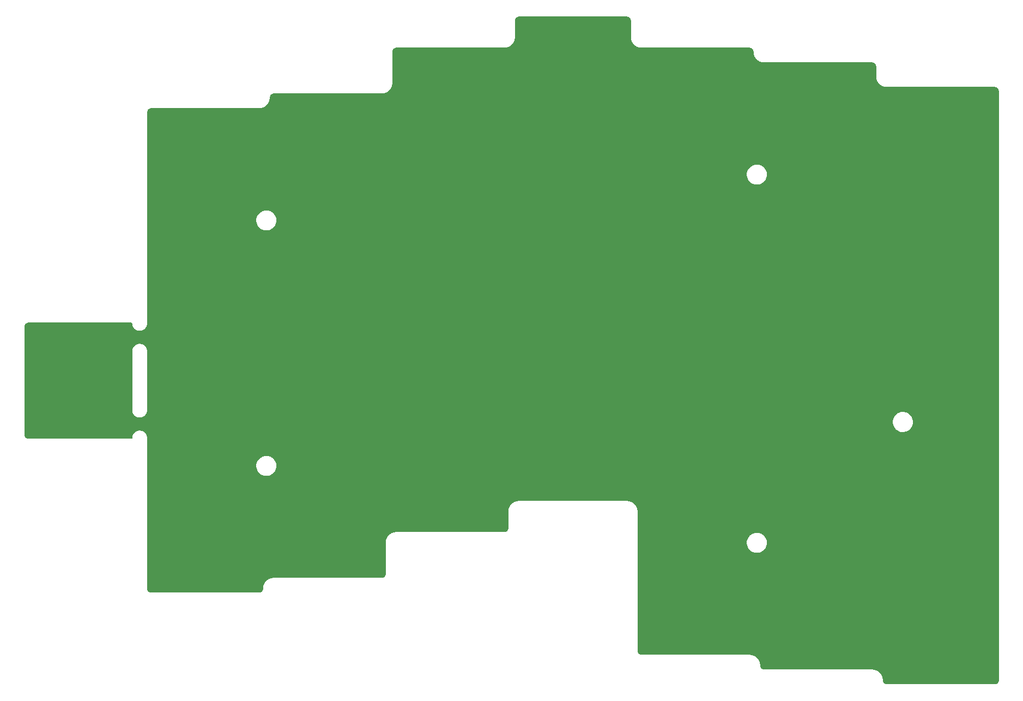
<source format=gbl>
G04 #@! TF.GenerationSoftware,KiCad,Pcbnew,(5.99.0-10902-g92c4596252)*
G04 #@! TF.CreationDate,2021-10-13T13:10:57+08:00*
G04 #@! TF.ProjectId,underplate,756e6465-7270-46c6-9174-652e6b696361,rev?*
G04 #@! TF.SameCoordinates,Original*
G04 #@! TF.FileFunction,Copper,L2,Bot*
G04 #@! TF.FilePolarity,Positive*
%FSLAX46Y46*%
G04 Gerber Fmt 4.6, Leading zero omitted, Abs format (unit mm)*
G04 Created by KiCad (PCBNEW (5.99.0-10902-g92c4596252)) date 2021-10-13 13:10:57*
%MOMM*%
%LPD*%
G01*
G04 APERTURE LIST*
G04 APERTURE END LIST*
G04 #@! TA.AperFunction,NonConductor*
G36*
X163641635Y-43309064D02*
G01*
X163651048Y-43310790D01*
X163701479Y-43312144D01*
X163736595Y-43313088D01*
X163745561Y-43313650D01*
X163763808Y-43315447D01*
X163776041Y-43317261D01*
X163873711Y-43336689D01*
X163897346Y-43343859D01*
X163927327Y-43356277D01*
X163988527Y-43381627D01*
X164010296Y-43393262D01*
X164092366Y-43448099D01*
X164111453Y-43463764D01*
X164181236Y-43533546D01*
X164196905Y-43552638D01*
X164206246Y-43566618D01*
X164251733Y-43634696D01*
X164263375Y-43656478D01*
X164301138Y-43747644D01*
X164308309Y-43771282D01*
X164327739Y-43868963D01*
X164329552Y-43881185D01*
X164331350Y-43899439D01*
X164331351Y-43899445D01*
X164331912Y-43908405D01*
X164334122Y-43990676D01*
X164334877Y-43995098D01*
X164336203Y-44002865D01*
X164338000Y-44024070D01*
X164338000Y-46404019D01*
X164336976Y-46420054D01*
X164332159Y-46457598D01*
X164332289Y-46462450D01*
X164332289Y-46462457D01*
X164334319Y-46538008D01*
X164334252Y-46539838D01*
X164333622Y-46542381D01*
X164333907Y-46549185D01*
X164333907Y-46549191D01*
X164335848Y-46595484D01*
X164335913Y-46597363D01*
X164337138Y-46642955D01*
X164337834Y-46647032D01*
X164338139Y-46651380D01*
X164338218Y-46652042D01*
X164338422Y-46656903D01*
X164339372Y-46661677D01*
X164345834Y-46694165D01*
X164346458Y-46697542D01*
X164355920Y-46752962D01*
X164358153Y-46757543D01*
X164359386Y-46762294D01*
X164376163Y-46846637D01*
X164377576Y-46856238D01*
X164377209Y-46864168D01*
X164390085Y-46917187D01*
X164391206Y-46922266D01*
X164396493Y-46948845D01*
X164397981Y-46953070D01*
X164397981Y-46953071D01*
X164398517Y-46954593D01*
X164402107Y-46966695D01*
X164403109Y-46970821D01*
X164403112Y-46970829D01*
X164404259Y-46975553D01*
X164406121Y-46980049D01*
X164406122Y-46980051D01*
X164413898Y-46998824D01*
X164416336Y-47005190D01*
X164427759Y-47037627D01*
X164433563Y-47054108D01*
X164438802Y-47061398D01*
X164441159Y-47065916D01*
X164445856Y-47075976D01*
X164471090Y-47136895D01*
X164478290Y-47154278D01*
X164481550Y-47163421D01*
X164482737Y-47171271D01*
X164486516Y-47179412D01*
X164486517Y-47179415D01*
X164505689Y-47220717D01*
X164507808Y-47225543D01*
X164518169Y-47250556D01*
X164520460Y-47254422D01*
X164521276Y-47255800D01*
X164527164Y-47266978D01*
X164530998Y-47275238D01*
X164533704Y-47279287D01*
X164533708Y-47279295D01*
X164544979Y-47296162D01*
X164548613Y-47301932D01*
X164570484Y-47338841D01*
X164570486Y-47338844D01*
X164575061Y-47346564D01*
X164581620Y-47352692D01*
X164584829Y-47356682D01*
X164591395Y-47365629D01*
X164638482Y-47436099D01*
X164643454Y-47444415D01*
X164646150Y-47451884D01*
X164651446Y-47459133D01*
X164651449Y-47459139D01*
X164678315Y-47495914D01*
X164681337Y-47500238D01*
X164693876Y-47519004D01*
X164693884Y-47519014D01*
X164696370Y-47522735D01*
X164699363Y-47526071D01*
X164700435Y-47527266D01*
X164708393Y-47537084D01*
X164713766Y-47544439D01*
X164731566Y-47562239D01*
X164736254Y-47567186D01*
X164770900Y-47605799D01*
X164778529Y-47610529D01*
X164782451Y-47613814D01*
X164790641Y-47621313D01*
X164850553Y-47681225D01*
X164857065Y-47688425D01*
X164861166Y-47695224D01*
X164872986Y-47706093D01*
X164901313Y-47732141D01*
X164905122Y-47735794D01*
X164924244Y-47754916D01*
X164927827Y-47757601D01*
X164929114Y-47758566D01*
X164938837Y-47766646D01*
X164941953Y-47769512D01*
X164941958Y-47769516D01*
X164945539Y-47772809D01*
X164949583Y-47775511D01*
X164949588Y-47775515D01*
X164966497Y-47786813D01*
X164972060Y-47790752D01*
X165006359Y-47816458D01*
X165006361Y-47816459D01*
X165013546Y-47821844D01*
X165021953Y-47824995D01*
X165026438Y-47827451D01*
X165035930Y-47833206D01*
X165106390Y-47880286D01*
X165114179Y-47886076D01*
X165119527Y-47891943D01*
X165127193Y-47896613D01*
X165127194Y-47896614D01*
X165166095Y-47920312D01*
X165170545Y-47923153D01*
X165193036Y-47938181D01*
X165197082Y-47940119D01*
X165197083Y-47940120D01*
X165198519Y-47940808D01*
X165209627Y-47946832D01*
X165210467Y-47947344D01*
X165213255Y-47949043D01*
X165213259Y-47949045D01*
X165217415Y-47951577D01*
X165240698Y-47961221D01*
X165246915Y-47963996D01*
X165281298Y-47980470D01*
X165293680Y-47986402D01*
X165302540Y-47987853D01*
X165307415Y-47989385D01*
X165317842Y-47993175D01*
X165332978Y-47999444D01*
X165396144Y-48025608D01*
X165404914Y-48029768D01*
X165411299Y-48034476D01*
X165433742Y-48042689D01*
X165462492Y-48053210D01*
X165467406Y-48055126D01*
X165488279Y-48063772D01*
X165488284Y-48063774D01*
X165492418Y-48065486D01*
X165498313Y-48066994D01*
X165510385Y-48070736D01*
X165518940Y-48073867D01*
X165542831Y-48078619D01*
X165543653Y-48078783D01*
X165550297Y-48080293D01*
X165600536Y-48093145D01*
X165609509Y-48092840D01*
X165614591Y-48093392D01*
X165625560Y-48095075D01*
X165679734Y-48105851D01*
X165707902Y-48111454D01*
X165709684Y-48111928D01*
X165712025Y-48113105D01*
X165718728Y-48114334D01*
X165718732Y-48114335D01*
X165764403Y-48122708D01*
X165766259Y-48123063D01*
X165804646Y-48130698D01*
X165810882Y-48131938D01*
X165815015Y-48132162D01*
X165819316Y-48132827D01*
X165819982Y-48132897D01*
X165824769Y-48133774D01*
X165829630Y-48133905D01*
X165829634Y-48133905D01*
X165859798Y-48134715D01*
X165862772Y-48134795D01*
X165866197Y-48134934D01*
X165922318Y-48137973D01*
X165927276Y-48136811D01*
X165932180Y-48136660D01*
X166005654Y-48138633D01*
X166005655Y-48138633D01*
X166010126Y-48138753D01*
X166014567Y-48138238D01*
X166014573Y-48138238D01*
X166052531Y-48133838D01*
X166067038Y-48133000D01*
X182668923Y-48133000D01*
X182691635Y-48135064D01*
X182701048Y-48136790D01*
X182751479Y-48138144D01*
X182786595Y-48139088D01*
X182795561Y-48139650D01*
X182813808Y-48141447D01*
X182826041Y-48143261D01*
X182923711Y-48162689D01*
X182947346Y-48169859D01*
X182977327Y-48182277D01*
X183038527Y-48207627D01*
X183060296Y-48219262D01*
X183142366Y-48274099D01*
X183161453Y-48289764D01*
X183231236Y-48359546D01*
X183246905Y-48378638D01*
X183256246Y-48392618D01*
X183301733Y-48460696D01*
X183313375Y-48482478D01*
X183351138Y-48573644D01*
X183358309Y-48597281D01*
X183367499Y-48643481D01*
X183377739Y-48694959D01*
X183377739Y-48694961D01*
X183379552Y-48707185D01*
X183381350Y-48725439D01*
X183381351Y-48725446D01*
X183381911Y-48734406D01*
X183382158Y-48743591D01*
X183382158Y-48743599D01*
X183382159Y-48743599D01*
X183384319Y-48824008D01*
X183384252Y-48825838D01*
X183383622Y-48828381D01*
X183383907Y-48835185D01*
X183383907Y-48835191D01*
X183385848Y-48881484D01*
X183385913Y-48883363D01*
X183387138Y-48928955D01*
X183387834Y-48933032D01*
X183388139Y-48937380D01*
X183388218Y-48938042D01*
X183388422Y-48942903D01*
X183389372Y-48947677D01*
X183395834Y-48980165D01*
X183396458Y-48983542D01*
X183405920Y-49038962D01*
X183408153Y-49043543D01*
X183409386Y-49048294D01*
X183426163Y-49132637D01*
X183427576Y-49142238D01*
X183427209Y-49150168D01*
X183440085Y-49203187D01*
X183441206Y-49208266D01*
X183446493Y-49234845D01*
X183447981Y-49239070D01*
X183447981Y-49239071D01*
X183448517Y-49240593D01*
X183452107Y-49252695D01*
X183453109Y-49256821D01*
X183453112Y-49256829D01*
X183454259Y-49261553D01*
X183456121Y-49266049D01*
X183456122Y-49266051D01*
X183463898Y-49284824D01*
X183466336Y-49291190D01*
X183483563Y-49340108D01*
X183488802Y-49347398D01*
X183491159Y-49351916D01*
X183495856Y-49361976D01*
X183521090Y-49422895D01*
X183528290Y-49440278D01*
X183531550Y-49449421D01*
X183532737Y-49457271D01*
X183536516Y-49465412D01*
X183536517Y-49465415D01*
X183555689Y-49506717D01*
X183557808Y-49511543D01*
X183568169Y-49536556D01*
X183570460Y-49540422D01*
X183571276Y-49541800D01*
X183577164Y-49552978D01*
X183580998Y-49561238D01*
X183583704Y-49565287D01*
X183583708Y-49565295D01*
X183594979Y-49582162D01*
X183598613Y-49587932D01*
X183620484Y-49624841D01*
X183620486Y-49624844D01*
X183625061Y-49632564D01*
X183631620Y-49638692D01*
X183634829Y-49642682D01*
X183641395Y-49651629D01*
X183688482Y-49722099D01*
X183693454Y-49730415D01*
X183696150Y-49737884D01*
X183701446Y-49745133D01*
X183701449Y-49745139D01*
X183728315Y-49781914D01*
X183731337Y-49786238D01*
X183743876Y-49805004D01*
X183743884Y-49805014D01*
X183746370Y-49808735D01*
X183749363Y-49812071D01*
X183750435Y-49813266D01*
X183758393Y-49823084D01*
X183763766Y-49830439D01*
X183781566Y-49848239D01*
X183786254Y-49853186D01*
X183820900Y-49891799D01*
X183828529Y-49896529D01*
X183832451Y-49899814D01*
X183840641Y-49907313D01*
X183900553Y-49967225D01*
X183907065Y-49974425D01*
X183911166Y-49981224D01*
X183935963Y-50004026D01*
X183951313Y-50018141D01*
X183955122Y-50021794D01*
X183974244Y-50040916D01*
X183977827Y-50043601D01*
X183979114Y-50044566D01*
X183988837Y-50052646D01*
X183991953Y-50055512D01*
X183991958Y-50055516D01*
X183995539Y-50058809D01*
X183999583Y-50061511D01*
X183999588Y-50061515D01*
X184016497Y-50072813D01*
X184022060Y-50076752D01*
X184056359Y-50102458D01*
X184056361Y-50102459D01*
X184063546Y-50107844D01*
X184071953Y-50110995D01*
X184076438Y-50113451D01*
X184085930Y-50119206D01*
X184156392Y-50166287D01*
X184164178Y-50172074D01*
X184169527Y-50177943D01*
X184216127Y-50206331D01*
X184220534Y-50209145D01*
X184239312Y-50221693D01*
X184239316Y-50221695D01*
X184243036Y-50224181D01*
X184247077Y-50226117D01*
X184248519Y-50226808D01*
X184259627Y-50232832D01*
X184261173Y-50233774D01*
X184263255Y-50235043D01*
X184263259Y-50235045D01*
X184267415Y-50237577D01*
X184290698Y-50247221D01*
X184296915Y-50249996D01*
X184331298Y-50266470D01*
X184343680Y-50272402D01*
X184352540Y-50273853D01*
X184357415Y-50275385D01*
X184367842Y-50279175D01*
X184382978Y-50285444D01*
X184446144Y-50311608D01*
X184454914Y-50315768D01*
X184461299Y-50320476D01*
X184469725Y-50323559D01*
X184469724Y-50323559D01*
X184512492Y-50339210D01*
X184517406Y-50341126D01*
X184538279Y-50349772D01*
X184538284Y-50349774D01*
X184542418Y-50351486D01*
X184548313Y-50352994D01*
X184560385Y-50356736D01*
X184568940Y-50359867D01*
X184592831Y-50364619D01*
X184593653Y-50364783D01*
X184600297Y-50366293D01*
X184650536Y-50379145D01*
X184659509Y-50378840D01*
X184664591Y-50379392D01*
X184675560Y-50381075D01*
X184729734Y-50391851D01*
X184757902Y-50397454D01*
X184759684Y-50397928D01*
X184762025Y-50399105D01*
X184768728Y-50400334D01*
X184768732Y-50400335D01*
X184814403Y-50408708D01*
X184816259Y-50409063D01*
X184854646Y-50416698D01*
X184860882Y-50417938D01*
X184865015Y-50418162D01*
X184869316Y-50418827D01*
X184869982Y-50418897D01*
X184874769Y-50419774D01*
X184879630Y-50419905D01*
X184879634Y-50419905D01*
X184909798Y-50420715D01*
X184912772Y-50420795D01*
X184916197Y-50420934D01*
X184972318Y-50423973D01*
X184977276Y-50422811D01*
X184982180Y-50422660D01*
X185055654Y-50424633D01*
X185055655Y-50424633D01*
X185060126Y-50424753D01*
X185064567Y-50424238D01*
X185064573Y-50424238D01*
X185102531Y-50419838D01*
X185117038Y-50419000D01*
X201718923Y-50419000D01*
X201741635Y-50421064D01*
X201751048Y-50422790D01*
X201801479Y-50424144D01*
X201836595Y-50425088D01*
X201845561Y-50425650D01*
X201863808Y-50427447D01*
X201876041Y-50429261D01*
X201973711Y-50448689D01*
X201997346Y-50455859D01*
X202034536Y-50471263D01*
X202088527Y-50493627D01*
X202110296Y-50505262D01*
X202192366Y-50560099D01*
X202211453Y-50575764D01*
X202281236Y-50645546D01*
X202296905Y-50664638D01*
X202308362Y-50681785D01*
X202351733Y-50746696D01*
X202363375Y-50768478D01*
X202401138Y-50859644D01*
X202408309Y-50883282D01*
X202427739Y-50980963D01*
X202429552Y-50993185D01*
X202431351Y-51011445D01*
X202431912Y-51020409D01*
X202434122Y-51102676D01*
X202434877Y-51107098D01*
X202436203Y-51114865D01*
X202438000Y-51136070D01*
X202438000Y-52500019D01*
X202436976Y-52516054D01*
X202432159Y-52553598D01*
X202432289Y-52558450D01*
X202432289Y-52558457D01*
X202434319Y-52634008D01*
X202434252Y-52635838D01*
X202433622Y-52638381D01*
X202433907Y-52645185D01*
X202433907Y-52645191D01*
X202435848Y-52691484D01*
X202435913Y-52693363D01*
X202437138Y-52738955D01*
X202437834Y-52743032D01*
X202438139Y-52747380D01*
X202438218Y-52748042D01*
X202438422Y-52752903D01*
X202439372Y-52757677D01*
X202445834Y-52790165D01*
X202446458Y-52793542D01*
X202455920Y-52848962D01*
X202458153Y-52853543D01*
X202459386Y-52858294D01*
X202476163Y-52942637D01*
X202477576Y-52952238D01*
X202477209Y-52960168D01*
X202490085Y-53013187D01*
X202491206Y-53018266D01*
X202496493Y-53044845D01*
X202497981Y-53049070D01*
X202497981Y-53049071D01*
X202498517Y-53050593D01*
X202502107Y-53062695D01*
X202503109Y-53066821D01*
X202503112Y-53066829D01*
X202504259Y-53071553D01*
X202506121Y-53076049D01*
X202506122Y-53076051D01*
X202513898Y-53094824D01*
X202516336Y-53101190D01*
X202533563Y-53150108D01*
X202538802Y-53157398D01*
X202541159Y-53161916D01*
X202545856Y-53171976D01*
X202571090Y-53232895D01*
X202578290Y-53250278D01*
X202581550Y-53259421D01*
X202582737Y-53267271D01*
X202586516Y-53275412D01*
X202586517Y-53275415D01*
X202605689Y-53316717D01*
X202607808Y-53321543D01*
X202618169Y-53346556D01*
X202620460Y-53350422D01*
X202621276Y-53351800D01*
X202627164Y-53362978D01*
X202630998Y-53371238D01*
X202633704Y-53375287D01*
X202633708Y-53375295D01*
X202644979Y-53392162D01*
X202648613Y-53397932D01*
X202670484Y-53434841D01*
X202670486Y-53434844D01*
X202675061Y-53442564D01*
X202681620Y-53448692D01*
X202684829Y-53452682D01*
X202691395Y-53461629D01*
X202738482Y-53532099D01*
X202743454Y-53540415D01*
X202746150Y-53547884D01*
X202751446Y-53555133D01*
X202751449Y-53555139D01*
X202778315Y-53591914D01*
X202781337Y-53596238D01*
X202793876Y-53615004D01*
X202793884Y-53615014D01*
X202796370Y-53618735D01*
X202799363Y-53622071D01*
X202800435Y-53623266D01*
X202808393Y-53633084D01*
X202813766Y-53640439D01*
X202831566Y-53658239D01*
X202836254Y-53663186D01*
X202870900Y-53701799D01*
X202878529Y-53706529D01*
X202882451Y-53709814D01*
X202890641Y-53717313D01*
X202950553Y-53777225D01*
X202957065Y-53784425D01*
X202961166Y-53791224D01*
X202985963Y-53814026D01*
X203001313Y-53828141D01*
X203005122Y-53831794D01*
X203024244Y-53850916D01*
X203027827Y-53853601D01*
X203029114Y-53854566D01*
X203038837Y-53862646D01*
X203041953Y-53865512D01*
X203041958Y-53865516D01*
X203045539Y-53868809D01*
X203049583Y-53871511D01*
X203049588Y-53871515D01*
X203066497Y-53882813D01*
X203072060Y-53886752D01*
X203106359Y-53912458D01*
X203106361Y-53912459D01*
X203113546Y-53917844D01*
X203121953Y-53920995D01*
X203126438Y-53923451D01*
X203135930Y-53929206D01*
X203206392Y-53976287D01*
X203214178Y-53982074D01*
X203219527Y-53987943D01*
X203266127Y-54016331D01*
X203270534Y-54019145D01*
X203289312Y-54031693D01*
X203289316Y-54031695D01*
X203293036Y-54034181D01*
X203297077Y-54036117D01*
X203298519Y-54036808D01*
X203309627Y-54042832D01*
X203311173Y-54043774D01*
X203313255Y-54045043D01*
X203313259Y-54045045D01*
X203317415Y-54047577D01*
X203340698Y-54057221D01*
X203346915Y-54059996D01*
X203373213Y-54072596D01*
X203393680Y-54082402D01*
X203402540Y-54083853D01*
X203407415Y-54085385D01*
X203417842Y-54089175D01*
X203432978Y-54095444D01*
X203496144Y-54121608D01*
X203504914Y-54125768D01*
X203511299Y-54130476D01*
X203519725Y-54133559D01*
X203519724Y-54133559D01*
X203562492Y-54149210D01*
X203567406Y-54151126D01*
X203588279Y-54159772D01*
X203588284Y-54159774D01*
X203592418Y-54161486D01*
X203598313Y-54162994D01*
X203610385Y-54166736D01*
X203618940Y-54169867D01*
X203642831Y-54174619D01*
X203643653Y-54174783D01*
X203650297Y-54176293D01*
X203700536Y-54189145D01*
X203709509Y-54188840D01*
X203714591Y-54189392D01*
X203725560Y-54191075D01*
X203754783Y-54196888D01*
X203807902Y-54207454D01*
X203809684Y-54207928D01*
X203812025Y-54209105D01*
X203818728Y-54210334D01*
X203818732Y-54210335D01*
X203864403Y-54218708D01*
X203866259Y-54219063D01*
X203904646Y-54226698D01*
X203910882Y-54227938D01*
X203915015Y-54228162D01*
X203919316Y-54228827D01*
X203919982Y-54228897D01*
X203924769Y-54229774D01*
X203929630Y-54229905D01*
X203929634Y-54229905D01*
X203959798Y-54230715D01*
X203962772Y-54230795D01*
X203966197Y-54230934D01*
X204022318Y-54233973D01*
X204027276Y-54232811D01*
X204032180Y-54232660D01*
X204105654Y-54234633D01*
X204105655Y-54234633D01*
X204110126Y-54234753D01*
X204114567Y-54234238D01*
X204114573Y-54234238D01*
X204152531Y-54229838D01*
X204167038Y-54229000D01*
X220768923Y-54229000D01*
X220791635Y-54231064D01*
X220801048Y-54232790D01*
X220851479Y-54234144D01*
X220886595Y-54235088D01*
X220895561Y-54235650D01*
X220913808Y-54237447D01*
X220926041Y-54239261D01*
X221023711Y-54258689D01*
X221047346Y-54265859D01*
X221084536Y-54281263D01*
X221138527Y-54303627D01*
X221160296Y-54315262D01*
X221242366Y-54370099D01*
X221261453Y-54385764D01*
X221331236Y-54455546D01*
X221346905Y-54474638D01*
X221358362Y-54491785D01*
X221401733Y-54556696D01*
X221413375Y-54578478D01*
X221451138Y-54669644D01*
X221458309Y-54693282D01*
X221477739Y-54790963D01*
X221479552Y-54803185D01*
X221481021Y-54818093D01*
X221481351Y-54821445D01*
X221481912Y-54830409D01*
X221484122Y-54912676D01*
X221484877Y-54917098D01*
X221486203Y-54924865D01*
X221488000Y-54946070D01*
X221488000Y-146219922D01*
X221485936Y-146242634D01*
X221484210Y-146252047D01*
X221484080Y-146256905D01*
X221481912Y-146337593D01*
X221481350Y-146346558D01*
X221479553Y-146364806D01*
X221477739Y-146377039D01*
X221459600Y-146468231D01*
X221458310Y-146474715D01*
X221451140Y-146498348D01*
X221443064Y-146517848D01*
X221413374Y-146589524D01*
X221401731Y-146611307D01*
X221346903Y-146693363D01*
X221331233Y-146712456D01*
X221261454Y-146782235D01*
X221242361Y-146797905D01*
X221160307Y-146852732D01*
X221138522Y-146864376D01*
X221047354Y-146902138D01*
X221023719Y-146909308D01*
X220926036Y-146928739D01*
X220913803Y-146930553D01*
X220895556Y-146932350D01*
X220886591Y-146932912D01*
X220846159Y-146933998D01*
X220804325Y-146935122D01*
X220799903Y-146935877D01*
X220792136Y-146937203D01*
X220770931Y-146939000D01*
X204173078Y-146939000D01*
X204150366Y-146936936D01*
X204140953Y-146935210D01*
X204093043Y-146933923D01*
X204055407Y-146932912D01*
X204046442Y-146932350D01*
X204028194Y-146930553D01*
X204015961Y-146928739D01*
X203966964Y-146918993D01*
X203918282Y-146909309D01*
X203894652Y-146902140D01*
X203857459Y-146886735D01*
X203803476Y-146864374D01*
X203781693Y-146852731D01*
X203699637Y-146797903D01*
X203680544Y-146782233D01*
X203610765Y-146712454D01*
X203595095Y-146693361D01*
X203585755Y-146679382D01*
X203540268Y-146611307D01*
X203528624Y-146589522D01*
X203490862Y-146498354D01*
X203483692Y-146474719D01*
X203464261Y-146377036D01*
X203462447Y-146364803D01*
X203460650Y-146346556D01*
X203460088Y-146337591D01*
X203457878Y-146255326D01*
X203457681Y-146248005D01*
X203457749Y-146246161D01*
X203458378Y-146243619D01*
X203456151Y-146190496D01*
X203456086Y-146188620D01*
X203454982Y-146147525D01*
X203454862Y-146143046D01*
X203454166Y-146138969D01*
X203453861Y-146134621D01*
X203453782Y-146133959D01*
X203453578Y-146129097D01*
X203446161Y-146091808D01*
X203445544Y-146088469D01*
X203437591Y-146041885D01*
X203437590Y-146041882D01*
X203436080Y-146033038D01*
X203433848Y-146028460D01*
X203432614Y-146023703D01*
X203415837Y-145939359D01*
X203414424Y-145929760D01*
X203414791Y-145921832D01*
X203401923Y-145868845D01*
X203400791Y-145863718D01*
X203396380Y-145841542D01*
X203396379Y-145841538D01*
X203395507Y-145837155D01*
X203394024Y-145832942D01*
X203394021Y-145832933D01*
X203393481Y-145831401D01*
X203389892Y-145819307D01*
X203387740Y-145810447D01*
X203385881Y-145805959D01*
X203385879Y-145805953D01*
X203378102Y-145787177D01*
X203375667Y-145780815D01*
X203361421Y-145740363D01*
X203361418Y-145740358D01*
X203358437Y-145731892D01*
X203353199Y-145724603D01*
X203350837Y-145720075D01*
X203346140Y-145710015D01*
X203330624Y-145672557D01*
X203313707Y-145631715D01*
X203310450Y-145622579D01*
X203309263Y-145614729D01*
X203286305Y-145565272D01*
X203284184Y-145560439D01*
X203275549Y-145539592D01*
X203273831Y-145535444D01*
X203271539Y-145531576D01*
X203270724Y-145530200D01*
X203264835Y-145519020D01*
X203263050Y-145515175D01*
X203261002Y-145510762D01*
X203247020Y-145489836D01*
X203243388Y-145484069D01*
X203221516Y-145447159D01*
X203216939Y-145439435D01*
X203210376Y-145433305D01*
X203207164Y-145429310D01*
X203200608Y-145420376D01*
X203153515Y-145349896D01*
X203148546Y-145341584D01*
X203145850Y-145334116D01*
X203140556Y-145326869D01*
X203140553Y-145326864D01*
X203113685Y-145290086D01*
X203110663Y-145285762D01*
X203098128Y-145267002D01*
X203098120Y-145266992D01*
X203095630Y-145263265D01*
X203092636Y-145259928D01*
X203092628Y-145259918D01*
X203091569Y-145258738D01*
X203083601Y-145248908D01*
X203081107Y-145245493D01*
X203081103Y-145245488D01*
X203078234Y-145241561D01*
X203060429Y-145223756D01*
X203055741Y-145218808D01*
X203027096Y-145186882D01*
X203027094Y-145186880D01*
X203021100Y-145180200D01*
X203013470Y-145175469D01*
X203009551Y-145172187D01*
X203001362Y-145164689D01*
X202941445Y-145104772D01*
X202934934Y-145097573D01*
X202930834Y-145090776D01*
X202924228Y-145084702D01*
X202924226Y-145084699D01*
X202890698Y-145053869D01*
X202886889Y-145050216D01*
X202867757Y-145031084D01*
X202862889Y-145027436D01*
X202853163Y-145019354D01*
X202850048Y-145016489D01*
X202850045Y-145016486D01*
X202846461Y-145013191D01*
X202825505Y-144999189D01*
X202819952Y-144995257D01*
X202785641Y-144969542D01*
X202785639Y-144969541D01*
X202778454Y-144964156D01*
X202770047Y-144961005D01*
X202765562Y-144958549D01*
X202756070Y-144952794D01*
X202685608Y-144905713D01*
X202677822Y-144899926D01*
X202672473Y-144894057D01*
X202625884Y-144865675D01*
X202621477Y-144862862D01*
X202602690Y-144850308D01*
X202602683Y-144850304D01*
X202598964Y-144847819D01*
X202594923Y-144845883D01*
X202594916Y-144845879D01*
X202593474Y-144845188D01*
X202582365Y-144839163D01*
X202578742Y-144836956D01*
X202578741Y-144836955D01*
X202574584Y-144834423D01*
X202551316Y-144824785D01*
X202545091Y-144822007D01*
X202506417Y-144803477D01*
X202506414Y-144803476D01*
X202498320Y-144799598D01*
X202489461Y-144798147D01*
X202484578Y-144796612D01*
X202474148Y-144792820D01*
X202395861Y-144760393D01*
X202387091Y-144756234D01*
X202380702Y-144751524D01*
X202329483Y-144732780D01*
X202324586Y-144730871D01*
X202299581Y-144720514D01*
X202293684Y-144719006D01*
X202281612Y-144715263D01*
X202273060Y-144712133D01*
X202268278Y-144711182D01*
X202268275Y-144711181D01*
X202252199Y-144707984D01*
X202248358Y-144707220D01*
X202241728Y-144705714D01*
X202191464Y-144692855D01*
X202182492Y-144693160D01*
X202177409Y-144692608D01*
X202166440Y-144690925D01*
X202084091Y-144674545D01*
X202082319Y-144674073D01*
X202079975Y-144672895D01*
X202027617Y-144663296D01*
X202025759Y-144662941D01*
X201985520Y-144654937D01*
X201985512Y-144654936D01*
X201981118Y-144654062D01*
X201976986Y-144653838D01*
X201972656Y-144653169D01*
X201972009Y-144653101D01*
X201967232Y-144652226D01*
X201929228Y-144651205D01*
X201925804Y-144651066D01*
X201869683Y-144648027D01*
X201864725Y-144649189D01*
X201859821Y-144649340D01*
X201786347Y-144647367D01*
X201786346Y-144647367D01*
X201781875Y-144647247D01*
X201777434Y-144647762D01*
X201777428Y-144647762D01*
X201739470Y-144652162D01*
X201724963Y-144653000D01*
X185123078Y-144653000D01*
X185100366Y-144650936D01*
X185090953Y-144649210D01*
X185043043Y-144647923D01*
X185005407Y-144646912D01*
X184996442Y-144646350D01*
X184978194Y-144644553D01*
X184965961Y-144642739D01*
X184916964Y-144632993D01*
X184868282Y-144623309D01*
X184844652Y-144616140D01*
X184807459Y-144600735D01*
X184753476Y-144578374D01*
X184731693Y-144566731D01*
X184649637Y-144511903D01*
X184630544Y-144496233D01*
X184560765Y-144426454D01*
X184545095Y-144407361D01*
X184490268Y-144325307D01*
X184478624Y-144303522D01*
X184440862Y-144212354D01*
X184433692Y-144188719D01*
X184414261Y-144091036D01*
X184412447Y-144078803D01*
X184410650Y-144060556D01*
X184410088Y-144051591D01*
X184407878Y-143969326D01*
X184407681Y-143962005D01*
X184407749Y-143960161D01*
X184408378Y-143957619D01*
X184406151Y-143904496D01*
X184406086Y-143902620D01*
X184404982Y-143861525D01*
X184404862Y-143857046D01*
X184404166Y-143852969D01*
X184403861Y-143848621D01*
X184403782Y-143847959D01*
X184403578Y-143843097D01*
X184396161Y-143805808D01*
X184395544Y-143802469D01*
X184387591Y-143755885D01*
X184387590Y-143755882D01*
X184386080Y-143747038D01*
X184383848Y-143742460D01*
X184382614Y-143737703D01*
X184365837Y-143653359D01*
X184364424Y-143643760D01*
X184364791Y-143635832D01*
X184351923Y-143582845D01*
X184350791Y-143577718D01*
X184346380Y-143555542D01*
X184346379Y-143555538D01*
X184345507Y-143551155D01*
X184344024Y-143546942D01*
X184344021Y-143546933D01*
X184343481Y-143545401D01*
X184339892Y-143533307D01*
X184337740Y-143524447D01*
X184335881Y-143519959D01*
X184335879Y-143519953D01*
X184328102Y-143501177D01*
X184325667Y-143494815D01*
X184311421Y-143454363D01*
X184311418Y-143454358D01*
X184308437Y-143445892D01*
X184303199Y-143438603D01*
X184300837Y-143434075D01*
X184296140Y-143424015D01*
X184280624Y-143386557D01*
X184263707Y-143345715D01*
X184260450Y-143336579D01*
X184259263Y-143328729D01*
X184236305Y-143279272D01*
X184234184Y-143274439D01*
X184225549Y-143253592D01*
X184223831Y-143249444D01*
X184221539Y-143245576D01*
X184220724Y-143244200D01*
X184214835Y-143233020D01*
X184213050Y-143229175D01*
X184211002Y-143224762D01*
X184197020Y-143203836D01*
X184193388Y-143198069D01*
X184171516Y-143161159D01*
X184166939Y-143153435D01*
X184160376Y-143147305D01*
X184157164Y-143143310D01*
X184150608Y-143134376D01*
X184103515Y-143063896D01*
X184098546Y-143055584D01*
X184095850Y-143048116D01*
X184090556Y-143040869D01*
X184090553Y-143040864D01*
X184063685Y-143004086D01*
X184060663Y-142999762D01*
X184048128Y-142981002D01*
X184048120Y-142980992D01*
X184045630Y-142977265D01*
X184042636Y-142973928D01*
X184042628Y-142973918D01*
X184041569Y-142972738D01*
X184033601Y-142962908D01*
X184031107Y-142959493D01*
X184031103Y-142959488D01*
X184028234Y-142955561D01*
X184010429Y-142937756D01*
X184005741Y-142932808D01*
X183977096Y-142900882D01*
X183977094Y-142900880D01*
X183971100Y-142894200D01*
X183963470Y-142889469D01*
X183959551Y-142886187D01*
X183951362Y-142878689D01*
X183891445Y-142818772D01*
X183884934Y-142811573D01*
X183880834Y-142804776D01*
X183874228Y-142798702D01*
X183874226Y-142798699D01*
X183840698Y-142767869D01*
X183836889Y-142764216D01*
X183817757Y-142745084D01*
X183812889Y-142741436D01*
X183803163Y-142733354D01*
X183800048Y-142730489D01*
X183800045Y-142730486D01*
X183796461Y-142727191D01*
X183775505Y-142713189D01*
X183769952Y-142709257D01*
X183735641Y-142683542D01*
X183735639Y-142683541D01*
X183728454Y-142678156D01*
X183720047Y-142675005D01*
X183715562Y-142672549D01*
X183706070Y-142666794D01*
X183635608Y-142619713D01*
X183627822Y-142613926D01*
X183622473Y-142608057D01*
X183575884Y-142579675D01*
X183571477Y-142576862D01*
X183552690Y-142564308D01*
X183552683Y-142564304D01*
X183548964Y-142561819D01*
X183544923Y-142559883D01*
X183544916Y-142559879D01*
X183543474Y-142559188D01*
X183532365Y-142553163D01*
X183528742Y-142550956D01*
X183528741Y-142550955D01*
X183524584Y-142548423D01*
X183501316Y-142538785D01*
X183495091Y-142536007D01*
X183456417Y-142517477D01*
X183456414Y-142517476D01*
X183448320Y-142513598D01*
X183439461Y-142512147D01*
X183434578Y-142510612D01*
X183424148Y-142506820D01*
X183345861Y-142474393D01*
X183337091Y-142470234D01*
X183330702Y-142465524D01*
X183279483Y-142446780D01*
X183274586Y-142444871D01*
X183249581Y-142434514D01*
X183243684Y-142433006D01*
X183231612Y-142429263D01*
X183223060Y-142426133D01*
X183218278Y-142425182D01*
X183218275Y-142425181D01*
X183202199Y-142421984D01*
X183198358Y-142421220D01*
X183191728Y-142419714D01*
X183141464Y-142406855D01*
X183132492Y-142407160D01*
X183127409Y-142406608D01*
X183116440Y-142404925D01*
X183034091Y-142388545D01*
X183032319Y-142388073D01*
X183029975Y-142386895D01*
X182977617Y-142377296D01*
X182975759Y-142376941D01*
X182935520Y-142368937D01*
X182935512Y-142368936D01*
X182931118Y-142368062D01*
X182926986Y-142367838D01*
X182922656Y-142367169D01*
X182922009Y-142367101D01*
X182917232Y-142366226D01*
X182879228Y-142365205D01*
X182875804Y-142365066D01*
X182819683Y-142362027D01*
X182814725Y-142363189D01*
X182809821Y-142363340D01*
X182736347Y-142361367D01*
X182736346Y-142361367D01*
X182731875Y-142361247D01*
X182727434Y-142361762D01*
X182727428Y-142361762D01*
X182689470Y-142366162D01*
X182674963Y-142367000D01*
X166073078Y-142367000D01*
X166050366Y-142364936D01*
X166040953Y-142363210D01*
X165993043Y-142361923D01*
X165955407Y-142360912D01*
X165946442Y-142360350D01*
X165928194Y-142358553D01*
X165915961Y-142356739D01*
X165866964Y-142346993D01*
X165818282Y-142337309D01*
X165794652Y-142330140D01*
X165757459Y-142314735D01*
X165703476Y-142292374D01*
X165681693Y-142280731D01*
X165599637Y-142225903D01*
X165580544Y-142210233D01*
X165510765Y-142140454D01*
X165495095Y-142121361D01*
X165440268Y-142039307D01*
X165428624Y-142017522D01*
X165390862Y-141926354D01*
X165383692Y-141902719D01*
X165364261Y-141805036D01*
X165362447Y-141792803D01*
X165360650Y-141774556D01*
X165360088Y-141765591D01*
X165357998Y-141687807D01*
X165357878Y-141683325D01*
X165355797Y-141671136D01*
X165354000Y-141649931D01*
X165354000Y-125077064D01*
X182336309Y-125077064D01*
X182373809Y-125325027D01*
X182450472Y-125563804D01*
X182564325Y-125787252D01*
X182712438Y-125989623D01*
X182891002Y-126165710D01*
X183095421Y-126310984D01*
X183099959Y-126313217D01*
X183099964Y-126313220D01*
X183254781Y-126389399D01*
X183320437Y-126421706D01*
X183325283Y-126423187D01*
X183325284Y-126423188D01*
X183555413Y-126493545D01*
X183555415Y-126493545D01*
X183560261Y-126495027D01*
X183565282Y-126495715D01*
X183565283Y-126495715D01*
X183803700Y-126528374D01*
X183808723Y-126529062D01*
X183879902Y-126527322D01*
X184054369Y-126523059D01*
X184054373Y-126523059D01*
X184059430Y-126522935D01*
X184305933Y-126476803D01*
X184541889Y-126391854D01*
X184761228Y-126270272D01*
X184765206Y-126267142D01*
X184765210Y-126267139D01*
X184954330Y-126118316D01*
X184954331Y-126118315D01*
X184958306Y-126115187D01*
X184961728Y-126111466D01*
X185124632Y-125934310D01*
X185124635Y-125934306D01*
X185128055Y-125930587D01*
X185219876Y-125791332D01*
X185263316Y-125725452D01*
X185263317Y-125725451D01*
X185266105Y-125721222D01*
X185268181Y-125716603D01*
X185366833Y-125497095D01*
X185366835Y-125497089D01*
X185368907Y-125492479D01*
X185370215Y-125487598D01*
X185370217Y-125487592D01*
X185432506Y-125255124D01*
X185432506Y-125255123D01*
X185433814Y-125250242D01*
X185459157Y-125000743D01*
X185459500Y-124968000D01*
X185459271Y-124965152D01*
X185439794Y-124723067D01*
X185439793Y-124723062D01*
X185439388Y-124718026D01*
X185405283Y-124579173D01*
X185380775Y-124479396D01*
X185380774Y-124479393D01*
X185379568Y-124474483D01*
X185281579Y-124243637D01*
X185278881Y-124239352D01*
X185278878Y-124239347D01*
X185188568Y-124095939D01*
X185147943Y-124031427D01*
X184982098Y-123843312D01*
X184788311Y-123684133D01*
X184571566Y-123557985D01*
X184453597Y-123512701D01*
X184342165Y-123469926D01*
X184342161Y-123469925D01*
X184337441Y-123468113D01*
X184332491Y-123467079D01*
X184332488Y-123467078D01*
X184096910Y-123417863D01*
X184096906Y-123417863D01*
X184091959Y-123416829D01*
X183841435Y-123405452D01*
X183836415Y-123406033D01*
X183836411Y-123406033D01*
X183745088Y-123416600D01*
X183592315Y-123434277D01*
X183587441Y-123435656D01*
X183587437Y-123435657D01*
X183355877Y-123501182D01*
X183355875Y-123501183D01*
X183351008Y-123502560D01*
X183346433Y-123504694D01*
X183346426Y-123504696D01*
X183219601Y-123563836D01*
X183123722Y-123608545D01*
X183119542Y-123611386D01*
X183119538Y-123611388D01*
X183099288Y-123625150D01*
X182916305Y-123749505D01*
X182912622Y-123752988D01*
X182738299Y-123917837D01*
X182734093Y-123921814D01*
X182731015Y-123925840D01*
X182731014Y-123925841D01*
X182584847Y-124117019D01*
X182584844Y-124117023D01*
X182581774Y-124121039D01*
X182579384Y-124125497D01*
X182579383Y-124125498D01*
X182528881Y-124219684D01*
X182463267Y-124342054D01*
X182461621Y-124346835D01*
X182461619Y-124346839D01*
X182385357Y-124568321D01*
X182381620Y-124579173D01*
X182338935Y-124826296D01*
X182336309Y-125077064D01*
X165354000Y-125077064D01*
X165354000Y-120219973D01*
X165355025Y-120203938D01*
X165359221Y-120171237D01*
X165359221Y-120171234D01*
X165359841Y-120166403D01*
X165358711Y-120124333D01*
X165357681Y-120085992D01*
X165357748Y-120084162D01*
X165358378Y-120081619D01*
X165356151Y-120028496D01*
X165356086Y-120026620D01*
X165355887Y-120019199D01*
X165354862Y-119981046D01*
X165354166Y-119976969D01*
X165353861Y-119972621D01*
X165353782Y-119971959D01*
X165353578Y-119967097D01*
X165346161Y-119929808D01*
X165345544Y-119926469D01*
X165337591Y-119879885D01*
X165337590Y-119879882D01*
X165336080Y-119871038D01*
X165333848Y-119866460D01*
X165332614Y-119861703D01*
X165315837Y-119777359D01*
X165314424Y-119767760D01*
X165314791Y-119759832D01*
X165301923Y-119706845D01*
X165300791Y-119701718D01*
X165296380Y-119679542D01*
X165296379Y-119679538D01*
X165295507Y-119675155D01*
X165294024Y-119670942D01*
X165294021Y-119670933D01*
X165293481Y-119669401D01*
X165289892Y-119657307D01*
X165287740Y-119648447D01*
X165285881Y-119643959D01*
X165285879Y-119643953D01*
X165278102Y-119625177D01*
X165275667Y-119618815D01*
X165261421Y-119578363D01*
X165261418Y-119578358D01*
X165258437Y-119569892D01*
X165253199Y-119562603D01*
X165250837Y-119558075D01*
X165246140Y-119548015D01*
X165213710Y-119469723D01*
X165210450Y-119460579D01*
X165209263Y-119452729D01*
X165186305Y-119403272D01*
X165184184Y-119398439D01*
X165175549Y-119377592D01*
X165173831Y-119373444D01*
X165171539Y-119369576D01*
X165170724Y-119368200D01*
X165164835Y-119357020D01*
X165163050Y-119353175D01*
X165161002Y-119348762D01*
X165147020Y-119327836D01*
X165143388Y-119322069D01*
X165121516Y-119285159D01*
X165116939Y-119277435D01*
X165110376Y-119271305D01*
X165107164Y-119267310D01*
X165100608Y-119258376D01*
X165053515Y-119187896D01*
X165048546Y-119179584D01*
X165045850Y-119172116D01*
X165040556Y-119164869D01*
X165040553Y-119164864D01*
X165013685Y-119128086D01*
X165010663Y-119123762D01*
X164998128Y-119105002D01*
X164998120Y-119104992D01*
X164995630Y-119101265D01*
X164992636Y-119097928D01*
X164992628Y-119097918D01*
X164991569Y-119096738D01*
X164983601Y-119086908D01*
X164981107Y-119083493D01*
X164981103Y-119083488D01*
X164978234Y-119079561D01*
X164960429Y-119061756D01*
X164955741Y-119056808D01*
X164927096Y-119024882D01*
X164927094Y-119024880D01*
X164921100Y-119018200D01*
X164913470Y-119013469D01*
X164909551Y-119010187D01*
X164901362Y-119002689D01*
X164841445Y-118942772D01*
X164834934Y-118935573D01*
X164830834Y-118928776D01*
X164824228Y-118922702D01*
X164824226Y-118922699D01*
X164790698Y-118891869D01*
X164786889Y-118888216D01*
X164767757Y-118869084D01*
X164762889Y-118865436D01*
X164753163Y-118857354D01*
X164750048Y-118854489D01*
X164750045Y-118854486D01*
X164746461Y-118851191D01*
X164725505Y-118837189D01*
X164719952Y-118833257D01*
X164685641Y-118807542D01*
X164685639Y-118807541D01*
X164678454Y-118802156D01*
X164670047Y-118799005D01*
X164665562Y-118796549D01*
X164656070Y-118790794D01*
X164585610Y-118743714D01*
X164577821Y-118737924D01*
X164572473Y-118732057D01*
X164558401Y-118723484D01*
X164525905Y-118703688D01*
X164521455Y-118700847D01*
X164502692Y-118688310D01*
X164498964Y-118685819D01*
X164494924Y-118683884D01*
X164494918Y-118683880D01*
X164493474Y-118683188D01*
X164482365Y-118677163D01*
X164478742Y-118674956D01*
X164478741Y-118674955D01*
X164474584Y-118672423D01*
X164451316Y-118662785D01*
X164445091Y-118660007D01*
X164406417Y-118641477D01*
X164406414Y-118641476D01*
X164398320Y-118637598D01*
X164389461Y-118636147D01*
X164384578Y-118634612D01*
X164374148Y-118630820D01*
X164295861Y-118598393D01*
X164287091Y-118594234D01*
X164280702Y-118589524D01*
X164229483Y-118570780D01*
X164224586Y-118568871D01*
X164199581Y-118558514D01*
X164193684Y-118557006D01*
X164181612Y-118553263D01*
X164173060Y-118550133D01*
X164168278Y-118549182D01*
X164168275Y-118549181D01*
X164148360Y-118545220D01*
X164141728Y-118543714D01*
X164091464Y-118530855D01*
X164082492Y-118531160D01*
X164077409Y-118530608D01*
X164066440Y-118528925D01*
X163984091Y-118512545D01*
X163982319Y-118512073D01*
X163979975Y-118510895D01*
X163927617Y-118501296D01*
X163925759Y-118500941D01*
X163885520Y-118492937D01*
X163885512Y-118492936D01*
X163881118Y-118492062D01*
X163876986Y-118491838D01*
X163872656Y-118491169D01*
X163872009Y-118491101D01*
X163867232Y-118490226D01*
X163829228Y-118489205D01*
X163825804Y-118489066D01*
X163769683Y-118486027D01*
X163764725Y-118487189D01*
X163759821Y-118487340D01*
X163686347Y-118485367D01*
X163686346Y-118485367D01*
X163681875Y-118485247D01*
X163677434Y-118485762D01*
X163677428Y-118485762D01*
X163639470Y-118490162D01*
X163624963Y-118491000D01*
X147016973Y-118491000D01*
X147000938Y-118489975D01*
X146968237Y-118485779D01*
X146968234Y-118485779D01*
X146963403Y-118485159D01*
X146921333Y-118486289D01*
X146882992Y-118487319D01*
X146881162Y-118487252D01*
X146878619Y-118486622D01*
X146871815Y-118486907D01*
X146871809Y-118486907D01*
X146835731Y-118488420D01*
X146825496Y-118488849D01*
X146823635Y-118488913D01*
X146778046Y-118490138D01*
X146773969Y-118490834D01*
X146769621Y-118491139D01*
X146768959Y-118491218D01*
X146764097Y-118491422D01*
X146726808Y-118498839D01*
X146723480Y-118499454D01*
X146714771Y-118500941D01*
X146676885Y-118507409D01*
X146676882Y-118507410D01*
X146668038Y-118508920D01*
X146663460Y-118511152D01*
X146658703Y-118512386D01*
X146574359Y-118529163D01*
X146564760Y-118530576D01*
X146556832Y-118530209D01*
X146503845Y-118543077D01*
X146498725Y-118544207D01*
X146493635Y-118545220D01*
X146476542Y-118548620D01*
X146476538Y-118548621D01*
X146472155Y-118549493D01*
X146467942Y-118550976D01*
X146467933Y-118550979D01*
X146466401Y-118551519D01*
X146454307Y-118555108D01*
X146445447Y-118557260D01*
X146440959Y-118559119D01*
X146440953Y-118559121D01*
X146422177Y-118566898D01*
X146415815Y-118569333D01*
X146375363Y-118583579D01*
X146375358Y-118583582D01*
X146366892Y-118586563D01*
X146359603Y-118591801D01*
X146355075Y-118594163D01*
X146345014Y-118598860D01*
X146266715Y-118631293D01*
X146257579Y-118634550D01*
X146249729Y-118635737D01*
X146241588Y-118639516D01*
X146200274Y-118658694D01*
X146195440Y-118660815D01*
X146170444Y-118671169D01*
X146166578Y-118673460D01*
X146166576Y-118673461D01*
X146165200Y-118674276D01*
X146154022Y-118680164D01*
X146145762Y-118683998D01*
X146141717Y-118686701D01*
X146124836Y-118697980D01*
X146119069Y-118701612D01*
X146074435Y-118728061D01*
X146068305Y-118734624D01*
X146064310Y-118737836D01*
X146055376Y-118744392D01*
X145984896Y-118791485D01*
X145976584Y-118796454D01*
X145969116Y-118799150D01*
X145961869Y-118804444D01*
X145961864Y-118804447D01*
X145925086Y-118831315D01*
X145920762Y-118834337D01*
X145902002Y-118846872D01*
X145901992Y-118846880D01*
X145898265Y-118849370D01*
X145894928Y-118852364D01*
X145894918Y-118852372D01*
X145893738Y-118853431D01*
X145883908Y-118861399D01*
X145880493Y-118863893D01*
X145880488Y-118863897D01*
X145876561Y-118866766D01*
X145858756Y-118884571D01*
X145853808Y-118889259D01*
X145821882Y-118917904D01*
X145821880Y-118917906D01*
X145815200Y-118923900D01*
X145810469Y-118931530D01*
X145807187Y-118935449D01*
X145799689Y-118943638D01*
X145739772Y-119003555D01*
X145732573Y-119010066D01*
X145725776Y-119014166D01*
X145719702Y-119020772D01*
X145719699Y-119020774D01*
X145688869Y-119054302D01*
X145685216Y-119058111D01*
X145666084Y-119077243D01*
X145662439Y-119082107D01*
X145654355Y-119091836D01*
X145648191Y-119098539D01*
X145645486Y-119102588D01*
X145634197Y-119119484D01*
X145630257Y-119125048D01*
X145599156Y-119166546D01*
X145596005Y-119174953D01*
X145593549Y-119179438D01*
X145587794Y-119188930D01*
X145540713Y-119259392D01*
X145534926Y-119267178D01*
X145529057Y-119272527D01*
X145500675Y-119319116D01*
X145497862Y-119323523D01*
X145485308Y-119342310D01*
X145485304Y-119342317D01*
X145482819Y-119346036D01*
X145480883Y-119350077D01*
X145480879Y-119350084D01*
X145480188Y-119351526D01*
X145474163Y-119362635D01*
X145471956Y-119366258D01*
X145469423Y-119370416D01*
X145467561Y-119374912D01*
X145459785Y-119393684D01*
X145457007Y-119399909D01*
X145456539Y-119400887D01*
X145434598Y-119446680D01*
X145433147Y-119455539D01*
X145431612Y-119460422D01*
X145427820Y-119470852D01*
X145395393Y-119549139D01*
X145391234Y-119557909D01*
X145386524Y-119564298D01*
X145378445Y-119586375D01*
X145367782Y-119615513D01*
X145365871Y-119620414D01*
X145355514Y-119645419D01*
X145354406Y-119649752D01*
X145354008Y-119651308D01*
X145350263Y-119663388D01*
X145347133Y-119671940D01*
X145346182Y-119676722D01*
X145346181Y-119676725D01*
X145342220Y-119696640D01*
X145340714Y-119703272D01*
X145327855Y-119753536D01*
X145328160Y-119762508D01*
X145327608Y-119767591D01*
X145325924Y-119778564D01*
X145309546Y-119860904D01*
X145309073Y-119862681D01*
X145307895Y-119865025D01*
X145305171Y-119879885D01*
X145298296Y-119917383D01*
X145297941Y-119919241D01*
X145289937Y-119959480D01*
X145289936Y-119959488D01*
X145289062Y-119963882D01*
X145288838Y-119968014D01*
X145288169Y-119972344D01*
X145288101Y-119972991D01*
X145287226Y-119977768D01*
X145287096Y-119982623D01*
X145286205Y-120015770D01*
X145286066Y-120019196D01*
X145283027Y-120075317D01*
X145284189Y-120080275D01*
X145284340Y-120085179D01*
X145282367Y-120158653D01*
X145282247Y-120163125D01*
X145282762Y-120167566D01*
X145282762Y-120167572D01*
X145287162Y-120205530D01*
X145288000Y-120220037D01*
X145288000Y-122597922D01*
X145285936Y-122620634D01*
X145284210Y-122630047D01*
X145284080Y-122634905D01*
X145281912Y-122715593D01*
X145281350Y-122724558D01*
X145279553Y-122742806D01*
X145277739Y-122755039D01*
X145259600Y-122846231D01*
X145258310Y-122852715D01*
X145251140Y-122876348D01*
X145238998Y-122905663D01*
X145213374Y-122967524D01*
X145201731Y-122989307D01*
X145146903Y-123071363D01*
X145131233Y-123090456D01*
X145061454Y-123160235D01*
X145042361Y-123175905D01*
X144960307Y-123230732D01*
X144938522Y-123242376D01*
X144847354Y-123280138D01*
X144823719Y-123287308D01*
X144726036Y-123306739D01*
X144713803Y-123308553D01*
X144695556Y-123310350D01*
X144686591Y-123310912D01*
X144646159Y-123311998D01*
X144604325Y-123313122D01*
X144599903Y-123313877D01*
X144592136Y-123315203D01*
X144570931Y-123317000D01*
X127966973Y-123317000D01*
X127950938Y-123315975D01*
X127918237Y-123311779D01*
X127918234Y-123311779D01*
X127913403Y-123311159D01*
X127871333Y-123312289D01*
X127832992Y-123313319D01*
X127831162Y-123313252D01*
X127828619Y-123312622D01*
X127821815Y-123312907D01*
X127821809Y-123312907D01*
X127785731Y-123314420D01*
X127775496Y-123314849D01*
X127773635Y-123314913D01*
X127728046Y-123316138D01*
X127723969Y-123316834D01*
X127719621Y-123317139D01*
X127718959Y-123317218D01*
X127714097Y-123317422D01*
X127676808Y-123324839D01*
X127673480Y-123325454D01*
X127661852Y-123327439D01*
X127626885Y-123333409D01*
X127626882Y-123333410D01*
X127618038Y-123334920D01*
X127613460Y-123337152D01*
X127608703Y-123338386D01*
X127524359Y-123355163D01*
X127514760Y-123356576D01*
X127506832Y-123356209D01*
X127453845Y-123369077D01*
X127448725Y-123370207D01*
X127440949Y-123371754D01*
X127426542Y-123374620D01*
X127426538Y-123374621D01*
X127422155Y-123375493D01*
X127417942Y-123376976D01*
X127417933Y-123376979D01*
X127416401Y-123377519D01*
X127404307Y-123381108D01*
X127395447Y-123383260D01*
X127390959Y-123385119D01*
X127390953Y-123385121D01*
X127372177Y-123392898D01*
X127365815Y-123395333D01*
X127325363Y-123409579D01*
X127325358Y-123409582D01*
X127316892Y-123412563D01*
X127309603Y-123417801D01*
X127305075Y-123420163D01*
X127295014Y-123424860D01*
X127216715Y-123457293D01*
X127207579Y-123460550D01*
X127199729Y-123461737D01*
X127191588Y-123465516D01*
X127150274Y-123484694D01*
X127145440Y-123486815D01*
X127120444Y-123497169D01*
X127116578Y-123499460D01*
X127116576Y-123499461D01*
X127115200Y-123500276D01*
X127104022Y-123506164D01*
X127095762Y-123509998D01*
X127091717Y-123512701D01*
X127074836Y-123523980D01*
X127069069Y-123527612D01*
X127024435Y-123554061D01*
X127018305Y-123560624D01*
X127014310Y-123563836D01*
X127005376Y-123570392D01*
X126934896Y-123617485D01*
X126926584Y-123622454D01*
X126919116Y-123625150D01*
X126911869Y-123630444D01*
X126911864Y-123630447D01*
X126875086Y-123657315D01*
X126870762Y-123660337D01*
X126852002Y-123672872D01*
X126851992Y-123672880D01*
X126848265Y-123675370D01*
X126844928Y-123678364D01*
X126844918Y-123678372D01*
X126843738Y-123679431D01*
X126833908Y-123687399D01*
X126830493Y-123689893D01*
X126830488Y-123689897D01*
X126826561Y-123692766D01*
X126808756Y-123710571D01*
X126803808Y-123715259D01*
X126771882Y-123743904D01*
X126771880Y-123743906D01*
X126765200Y-123749900D01*
X126760469Y-123757530D01*
X126757187Y-123761449D01*
X126749689Y-123769638D01*
X126689772Y-123829555D01*
X126682573Y-123836066D01*
X126675776Y-123840166D01*
X126669702Y-123846772D01*
X126669699Y-123846774D01*
X126638869Y-123880302D01*
X126635216Y-123884111D01*
X126616084Y-123903243D01*
X126612439Y-123908107D01*
X126604355Y-123917836D01*
X126598191Y-123924539D01*
X126595486Y-123928588D01*
X126584197Y-123945484D01*
X126580257Y-123951048D01*
X126568796Y-123966341D01*
X126549156Y-123992546D01*
X126546005Y-124000953D01*
X126543549Y-124005438D01*
X126537794Y-124014930D01*
X126490713Y-124085392D01*
X126484926Y-124093178D01*
X126479057Y-124098527D01*
X126450675Y-124145116D01*
X126447862Y-124149523D01*
X126435308Y-124168310D01*
X126435304Y-124168317D01*
X126432819Y-124172036D01*
X126430883Y-124176077D01*
X126430879Y-124176084D01*
X126430188Y-124177526D01*
X126424163Y-124188635D01*
X126419423Y-124196416D01*
X126417561Y-124200912D01*
X126409785Y-124219684D01*
X126407007Y-124225909D01*
X126400569Y-124239347D01*
X126384598Y-124272680D01*
X126383147Y-124281539D01*
X126381612Y-124286422D01*
X126377820Y-124296852D01*
X126345393Y-124375139D01*
X126341234Y-124383909D01*
X126336524Y-124390298D01*
X126333441Y-124398724D01*
X126317782Y-124441513D01*
X126315871Y-124446414D01*
X126305514Y-124471419D01*
X126304406Y-124475752D01*
X126304008Y-124477308D01*
X126300263Y-124489388D01*
X126297133Y-124497940D01*
X126296182Y-124502722D01*
X126296181Y-124502725D01*
X126292220Y-124522640D01*
X126290714Y-124529272D01*
X126277855Y-124579536D01*
X126278160Y-124588508D01*
X126277608Y-124593591D01*
X126275924Y-124604564D01*
X126259546Y-124686904D01*
X126259073Y-124688681D01*
X126257895Y-124691025D01*
X126256665Y-124697735D01*
X126248296Y-124743383D01*
X126247941Y-124745241D01*
X126239937Y-124785480D01*
X126239936Y-124785488D01*
X126239062Y-124789882D01*
X126238838Y-124794014D01*
X126238169Y-124798344D01*
X126238101Y-124798991D01*
X126237226Y-124803768D01*
X126237096Y-124808623D01*
X126236205Y-124841770D01*
X126236066Y-124845196D01*
X126233027Y-124901317D01*
X126234189Y-124906275D01*
X126234340Y-124911179D01*
X126232367Y-124984653D01*
X126232247Y-124989125D01*
X126232762Y-124993566D01*
X126232762Y-124993572D01*
X126237162Y-125031530D01*
X126238000Y-125046037D01*
X126238000Y-129709922D01*
X126235936Y-129732634D01*
X126234210Y-129742047D01*
X126234080Y-129746905D01*
X126231912Y-129827593D01*
X126231350Y-129836558D01*
X126229553Y-129854806D01*
X126227739Y-129867039D01*
X126209600Y-129958231D01*
X126208310Y-129964715D01*
X126201140Y-129988348D01*
X126188998Y-130017663D01*
X126163374Y-130079524D01*
X126151731Y-130101307D01*
X126096903Y-130183363D01*
X126081233Y-130202456D01*
X126011454Y-130272235D01*
X125992361Y-130287905D01*
X125910307Y-130342732D01*
X125888522Y-130354376D01*
X125797354Y-130392138D01*
X125773719Y-130399308D01*
X125676036Y-130418739D01*
X125663803Y-130420553D01*
X125645556Y-130422350D01*
X125636591Y-130422912D01*
X125596159Y-130423998D01*
X125554325Y-130425122D01*
X125549903Y-130425877D01*
X125542136Y-130427203D01*
X125520931Y-130429000D01*
X108916973Y-130429000D01*
X108900938Y-130427975D01*
X108868237Y-130423779D01*
X108868234Y-130423779D01*
X108863403Y-130423159D01*
X108821333Y-130424289D01*
X108782992Y-130425319D01*
X108781162Y-130425252D01*
X108778619Y-130424622D01*
X108771815Y-130424907D01*
X108771809Y-130424907D01*
X108735731Y-130426420D01*
X108725496Y-130426849D01*
X108723635Y-130426913D01*
X108678046Y-130428138D01*
X108673969Y-130428834D01*
X108669621Y-130429139D01*
X108668959Y-130429218D01*
X108664097Y-130429422D01*
X108626808Y-130436839D01*
X108623480Y-130437454D01*
X108611852Y-130439439D01*
X108576885Y-130445409D01*
X108576882Y-130445410D01*
X108568038Y-130446920D01*
X108563460Y-130449152D01*
X108558703Y-130450386D01*
X108474359Y-130467163D01*
X108464760Y-130468576D01*
X108456832Y-130468209D01*
X108403845Y-130481077D01*
X108398725Y-130482207D01*
X108390949Y-130483754D01*
X108376542Y-130486620D01*
X108376538Y-130486621D01*
X108372155Y-130487493D01*
X108367942Y-130488976D01*
X108367933Y-130488979D01*
X108366401Y-130489519D01*
X108354307Y-130493108D01*
X108345447Y-130495260D01*
X108340959Y-130497119D01*
X108340953Y-130497121D01*
X108322177Y-130504898D01*
X108315815Y-130507333D01*
X108275363Y-130521579D01*
X108275358Y-130521582D01*
X108266892Y-130524563D01*
X108259603Y-130529801D01*
X108255075Y-130532163D01*
X108245014Y-130536860D01*
X108166715Y-130569293D01*
X108157579Y-130572550D01*
X108149729Y-130573737D01*
X108141588Y-130577516D01*
X108100274Y-130596694D01*
X108095440Y-130598815D01*
X108070444Y-130609169D01*
X108066578Y-130611460D01*
X108066576Y-130611461D01*
X108065200Y-130612276D01*
X108054022Y-130618164D01*
X108045762Y-130621998D01*
X108041717Y-130624701D01*
X108024836Y-130635980D01*
X108019069Y-130639612D01*
X107974435Y-130666061D01*
X107968305Y-130672624D01*
X107964310Y-130675836D01*
X107955376Y-130682392D01*
X107884896Y-130729485D01*
X107876584Y-130734454D01*
X107869116Y-130737150D01*
X107861869Y-130742444D01*
X107861864Y-130742447D01*
X107825086Y-130769315D01*
X107820762Y-130772337D01*
X107802002Y-130784872D01*
X107801992Y-130784880D01*
X107798265Y-130787370D01*
X107794928Y-130790364D01*
X107794918Y-130790372D01*
X107793738Y-130791431D01*
X107783908Y-130799399D01*
X107780493Y-130801893D01*
X107780488Y-130801897D01*
X107776561Y-130804766D01*
X107758756Y-130822571D01*
X107753808Y-130827259D01*
X107721882Y-130855904D01*
X107721880Y-130855906D01*
X107715200Y-130861900D01*
X107710469Y-130869530D01*
X107707187Y-130873449D01*
X107699689Y-130881638D01*
X107639772Y-130941555D01*
X107632573Y-130948066D01*
X107625776Y-130952166D01*
X107619702Y-130958772D01*
X107619699Y-130958774D01*
X107588869Y-130992302D01*
X107585216Y-130996111D01*
X107566084Y-131015243D01*
X107562439Y-131020107D01*
X107554355Y-131029836D01*
X107548191Y-131036539D01*
X107545486Y-131040588D01*
X107534197Y-131057484D01*
X107530257Y-131063048D01*
X107518796Y-131078341D01*
X107499156Y-131104546D01*
X107496005Y-131112953D01*
X107493549Y-131117438D01*
X107487794Y-131126930D01*
X107440713Y-131197392D01*
X107434926Y-131205178D01*
X107429057Y-131210527D01*
X107400675Y-131257116D01*
X107397862Y-131261523D01*
X107385308Y-131280310D01*
X107385304Y-131280317D01*
X107382819Y-131284036D01*
X107380883Y-131288077D01*
X107380879Y-131288084D01*
X107380188Y-131289526D01*
X107374163Y-131300635D01*
X107369423Y-131308416D01*
X107367561Y-131312912D01*
X107359785Y-131331684D01*
X107357007Y-131337909D01*
X107334598Y-131384680D01*
X107333147Y-131393539D01*
X107331612Y-131398422D01*
X107327820Y-131408852D01*
X107295393Y-131487139D01*
X107291234Y-131495909D01*
X107286524Y-131502298D01*
X107283441Y-131510724D01*
X107267782Y-131553513D01*
X107265871Y-131558414D01*
X107255514Y-131583419D01*
X107254406Y-131587752D01*
X107254008Y-131589308D01*
X107250263Y-131601388D01*
X107247133Y-131609940D01*
X107246182Y-131614722D01*
X107246181Y-131614725D01*
X107242220Y-131634640D01*
X107240714Y-131641272D01*
X107227855Y-131691536D01*
X107228160Y-131700508D01*
X107227608Y-131705591D01*
X107225924Y-131716564D01*
X107209546Y-131798904D01*
X107209073Y-131800681D01*
X107207895Y-131803025D01*
X107206665Y-131809735D01*
X107198296Y-131855383D01*
X107197941Y-131857241D01*
X107189937Y-131897480D01*
X107189936Y-131897488D01*
X107189062Y-131901882D01*
X107188838Y-131906014D01*
X107188169Y-131910344D01*
X107188101Y-131910991D01*
X107187226Y-131915768D01*
X107187096Y-131920623D01*
X107186205Y-131953770D01*
X107186066Y-131957196D01*
X107183027Y-132013317D01*
X107184190Y-132018275D01*
X107184340Y-132023192D01*
X107184209Y-132028047D01*
X107184210Y-132028047D01*
X107181912Y-132113593D01*
X107181350Y-132122558D01*
X107179553Y-132140806D01*
X107177739Y-132153039D01*
X107159600Y-132244231D01*
X107158310Y-132250715D01*
X107151140Y-132274348D01*
X107143064Y-132293848D01*
X107113374Y-132365524D01*
X107101731Y-132387307D01*
X107046903Y-132469363D01*
X107031233Y-132488456D01*
X106961454Y-132558235D01*
X106942361Y-132573905D01*
X106860307Y-132628732D01*
X106838522Y-132640376D01*
X106747354Y-132678138D01*
X106723719Y-132685308D01*
X106626036Y-132704739D01*
X106613803Y-132706553D01*
X106595556Y-132708350D01*
X106586591Y-132708912D01*
X106546159Y-132709998D01*
X106504325Y-132711122D01*
X106499903Y-132711877D01*
X106492136Y-132713203D01*
X106470931Y-132715000D01*
X89873078Y-132715000D01*
X89850366Y-132712936D01*
X89840953Y-132711210D01*
X89793043Y-132709923D01*
X89755407Y-132708912D01*
X89746442Y-132708350D01*
X89728194Y-132706553D01*
X89715961Y-132704739D01*
X89666964Y-132694993D01*
X89618282Y-132685309D01*
X89594652Y-132678140D01*
X89557459Y-132662735D01*
X89503476Y-132640374D01*
X89481693Y-132628731D01*
X89399637Y-132573903D01*
X89380544Y-132558233D01*
X89310765Y-132488454D01*
X89295095Y-132469361D01*
X89285755Y-132455382D01*
X89240268Y-132387307D01*
X89228624Y-132365522D01*
X89190862Y-132274354D01*
X89183692Y-132250719D01*
X89164261Y-132153036D01*
X89162447Y-132140803D01*
X89160650Y-132122556D01*
X89160088Y-132113591D01*
X89157998Y-132035807D01*
X89157878Y-132031325D01*
X89155797Y-132019136D01*
X89154000Y-131997931D01*
X89153991Y-113139064D01*
X106136309Y-113139064D01*
X106173809Y-113387027D01*
X106250472Y-113625804D01*
X106364325Y-113849252D01*
X106512438Y-114051623D01*
X106691002Y-114227710D01*
X106895421Y-114372984D01*
X106899959Y-114375217D01*
X106899964Y-114375220D01*
X107054781Y-114451399D01*
X107120437Y-114483706D01*
X107125283Y-114485187D01*
X107125284Y-114485188D01*
X107355413Y-114555545D01*
X107355415Y-114555545D01*
X107360261Y-114557027D01*
X107365282Y-114557715D01*
X107365283Y-114557715D01*
X107603700Y-114590374D01*
X107608723Y-114591062D01*
X107679902Y-114589322D01*
X107854369Y-114585059D01*
X107854373Y-114585059D01*
X107859430Y-114584935D01*
X108105933Y-114538803D01*
X108341889Y-114453854D01*
X108561228Y-114332272D01*
X108565206Y-114329142D01*
X108565210Y-114329139D01*
X108754330Y-114180316D01*
X108754331Y-114180315D01*
X108758306Y-114177187D01*
X108761728Y-114173466D01*
X108924632Y-113996310D01*
X108924635Y-113996306D01*
X108928055Y-113992587D01*
X109019876Y-113853332D01*
X109063316Y-113787452D01*
X109063317Y-113787451D01*
X109066105Y-113783222D01*
X109068181Y-113778603D01*
X109166833Y-113559095D01*
X109166835Y-113559089D01*
X109168907Y-113554479D01*
X109170215Y-113549598D01*
X109170217Y-113549592D01*
X109232506Y-113317124D01*
X109232506Y-113317123D01*
X109233814Y-113312242D01*
X109259157Y-113062743D01*
X109259500Y-113030000D01*
X109239388Y-112780026D01*
X109205283Y-112641173D01*
X109180775Y-112541396D01*
X109180774Y-112541393D01*
X109179568Y-112536483D01*
X109081579Y-112305637D01*
X109078881Y-112301352D01*
X109078878Y-112301347D01*
X109001843Y-112179019D01*
X108947943Y-112093427D01*
X108782098Y-111905312D01*
X108588311Y-111746133D01*
X108371566Y-111619985D01*
X108223589Y-111563182D01*
X108142165Y-111531926D01*
X108142161Y-111531925D01*
X108137441Y-111530113D01*
X108132491Y-111529079D01*
X108132488Y-111529078D01*
X107896910Y-111479863D01*
X107896906Y-111479863D01*
X107891959Y-111478829D01*
X107641435Y-111467452D01*
X107636415Y-111468033D01*
X107636411Y-111468033D01*
X107545088Y-111478600D01*
X107392315Y-111496277D01*
X107387441Y-111497656D01*
X107387437Y-111497657D01*
X107155877Y-111563182D01*
X107155875Y-111563183D01*
X107151008Y-111564560D01*
X107146433Y-111566694D01*
X107146426Y-111566696D01*
X107032148Y-111619985D01*
X106923722Y-111670545D01*
X106919542Y-111673386D01*
X106919538Y-111673388D01*
X106831773Y-111733033D01*
X106716305Y-111811505D01*
X106534093Y-111983814D01*
X106531015Y-111987840D01*
X106531014Y-111987841D01*
X106384847Y-112179019D01*
X106384844Y-112179023D01*
X106381774Y-112183039D01*
X106263267Y-112404054D01*
X106181620Y-112641173D01*
X106138935Y-112888296D01*
X106136309Y-113139064D01*
X89153991Y-113139064D01*
X89153990Y-111746133D01*
X89153988Y-108789932D01*
X89154879Y-108774976D01*
X89159442Y-108736804D01*
X89160020Y-108731970D01*
X89158091Y-108677651D01*
X89159012Y-108664689D01*
X89158823Y-108664682D01*
X89159136Y-108655712D01*
X89160719Y-108646874D01*
X89155655Y-108599876D01*
X89155010Y-108590860D01*
X89154992Y-108590331D01*
X89154472Y-108575703D01*
X89151700Y-108560273D01*
X89150443Y-108551510D01*
X89150249Y-108549708D01*
X89148439Y-108532911D01*
X89144793Y-108519304D01*
X89142485Y-108508969D01*
X89136330Y-108474700D01*
X89136329Y-108474697D01*
X89134742Y-108465862D01*
X89130739Y-108457827D01*
X89130035Y-108455703D01*
X89122227Y-108435087D01*
X89109830Y-108388819D01*
X89105988Y-108366863D01*
X89105445Y-108360459D01*
X89105444Y-108360456D01*
X89104686Y-108351521D01*
X89101448Y-108343150D01*
X89091348Y-108317042D01*
X89089085Y-108310110D01*
X89089071Y-108310115D01*
X89087607Y-108305880D01*
X89086446Y-108301549D01*
X89075836Y-108276734D01*
X89074177Y-108272660D01*
X89065085Y-108249157D01*
X89065083Y-108249152D01*
X89063329Y-108244619D01*
X89060897Y-108240406D01*
X89058794Y-108236013D01*
X89058878Y-108235973D01*
X89055649Y-108229519D01*
X89046101Y-108207187D01*
X89046100Y-108207186D01*
X89042573Y-108198936D01*
X89030356Y-108184089D01*
X89018534Y-108167031D01*
X88988741Y-108115430D01*
X88979344Y-108095208D01*
X88977168Y-108089181D01*
X88977168Y-108089180D01*
X88974119Y-108080735D01*
X88952311Y-108050883D01*
X88948332Y-108044771D01*
X88948319Y-108044780D01*
X88945811Y-108041073D01*
X88943567Y-108037186D01*
X88926856Y-108015913D01*
X88924239Y-108012459D01*
X88906503Y-107988180D01*
X88903057Y-107984734D01*
X88899896Y-107981043D01*
X88899967Y-107980982D01*
X88895178Y-107975584D01*
X88880173Y-107956482D01*
X88874629Y-107949424D01*
X88858984Y-107938244D01*
X88843147Y-107924824D01*
X88801022Y-107882699D01*
X88786718Y-107865609D01*
X88777917Y-107852969D01*
X88749132Y-107829784D01*
X88743701Y-107824907D01*
X88743691Y-107824918D01*
X88740307Y-107821984D01*
X88737134Y-107818811D01*
X88715503Y-107802600D01*
X88712048Y-107799915D01*
X88707325Y-107796111D01*
X88688649Y-107781068D01*
X88684435Y-107778635D01*
X88680417Y-107775881D01*
X88680469Y-107775805D01*
X88674447Y-107771830D01*
X88655011Y-107757264D01*
X88647831Y-107751883D01*
X88639430Y-107748734D01*
X88639427Y-107748732D01*
X88629831Y-107745135D01*
X88611061Y-107736273D01*
X88583918Y-107720602D01*
X88559456Y-107706478D01*
X88541217Y-107693672D01*
X88536310Y-107689532D01*
X88536307Y-107689530D01*
X88529448Y-107683744D01*
X88495647Y-107668801D01*
X88489139Y-107665496D01*
X88489132Y-107665510D01*
X88485107Y-107663553D01*
X88481215Y-107661306D01*
X88456108Y-107651239D01*
X88452115Y-107649556D01*
X88424613Y-107637398D01*
X88419914Y-107636139D01*
X88415318Y-107634518D01*
X88415349Y-107634431D01*
X88408505Y-107632151D01*
X88385965Y-107623113D01*
X88377633Y-107619772D01*
X88360563Y-107618113D01*
X88358495Y-107617912D01*
X88338075Y-107614210D01*
X88291788Y-107601808D01*
X88279661Y-107597131D01*
X88279600Y-107597309D01*
X88271114Y-107594381D01*
X88263130Y-107590281D01*
X88254319Y-107588587D01*
X88254316Y-107588586D01*
X88216721Y-107581358D01*
X88207909Y-107579333D01*
X88193251Y-107575406D01*
X88177688Y-107573537D01*
X88168935Y-107572171D01*
X88150569Y-107568640D01*
X88145716Y-107568468D01*
X88145711Y-107568467D01*
X88136494Y-107568140D01*
X88125942Y-107567320D01*
X88105502Y-107564865D01*
X88082449Y-107562096D01*
X88073590Y-107563570D01*
X88064624Y-107563774D01*
X88064617Y-107563486D01*
X88039969Y-107564053D01*
X88030958Y-107562976D01*
X88026108Y-107563148D01*
X88026102Y-107563148D01*
X88015468Y-107563526D01*
X88006526Y-107563526D01*
X87998784Y-107563251D01*
X87998781Y-107563251D01*
X87994301Y-107563092D01*
X87984749Y-107564116D01*
X87963698Y-107563374D01*
X87963670Y-107564173D01*
X87954700Y-107563860D01*
X87945862Y-107562277D01*
X87898864Y-107567341D01*
X87889857Y-107567985D01*
X87881673Y-107568276D01*
X87879165Y-107568365D01*
X87879164Y-107568365D01*
X87874691Y-107568524D01*
X87859261Y-107571296D01*
X87850502Y-107572552D01*
X87831899Y-107574557D01*
X87818292Y-107578203D01*
X87807957Y-107580511D01*
X87773688Y-107586666D01*
X87773685Y-107586667D01*
X87764850Y-107588254D01*
X87756815Y-107592257D01*
X87754691Y-107592961D01*
X87734077Y-107600768D01*
X87687805Y-107613166D01*
X87665851Y-107617008D01*
X87659447Y-107617551D01*
X87659444Y-107617552D01*
X87650509Y-107618310D01*
X87642141Y-107621547D01*
X87642138Y-107621548D01*
X87616030Y-107631648D01*
X87609098Y-107633911D01*
X87609103Y-107633925D01*
X87604868Y-107635389D01*
X87600537Y-107636550D01*
X87596414Y-107638313D01*
X87575722Y-107647160D01*
X87571648Y-107648819D01*
X87548145Y-107657911D01*
X87548140Y-107657913D01*
X87543607Y-107659667D01*
X87539394Y-107662099D01*
X87535001Y-107664202D01*
X87534961Y-107664118D01*
X87528507Y-107667347D01*
X87506175Y-107676895D01*
X87506174Y-107676896D01*
X87497924Y-107680423D01*
X87490995Y-107686125D01*
X87483077Y-107692640D01*
X87466019Y-107704462D01*
X87414418Y-107734255D01*
X87394196Y-107743652D01*
X87388169Y-107745828D01*
X87379723Y-107748877D01*
X87368243Y-107757264D01*
X87349874Y-107770683D01*
X87343759Y-107774664D01*
X87343768Y-107774677D01*
X87340061Y-107777185D01*
X87336174Y-107779429D01*
X87314901Y-107796140D01*
X87311447Y-107798757D01*
X87287168Y-107816493D01*
X87283722Y-107819939D01*
X87280031Y-107823100D01*
X87279970Y-107823029D01*
X87274572Y-107827818D01*
X87248412Y-107848367D01*
X87243194Y-107855669D01*
X87237232Y-107864012D01*
X87223812Y-107879849D01*
X87181687Y-107921974D01*
X87164597Y-107936278D01*
X87151957Y-107945079D01*
X87128773Y-107973863D01*
X87123895Y-107979295D01*
X87123906Y-107979305D01*
X87120972Y-107982689D01*
X87117799Y-107985862D01*
X87101588Y-108007493D01*
X87098903Y-108010948D01*
X87080056Y-108034347D01*
X87077623Y-108038561D01*
X87074869Y-108042579D01*
X87074793Y-108042527D01*
X87070818Y-108048549D01*
X87050871Y-108075165D01*
X87047722Y-108083566D01*
X87047720Y-108083569D01*
X87044123Y-108093165D01*
X87035261Y-108111935D01*
X87019590Y-108139078D01*
X87005466Y-108163540D01*
X86992660Y-108181779D01*
X86988520Y-108186686D01*
X86988518Y-108186689D01*
X86982732Y-108193548D01*
X86979103Y-108201758D01*
X86967792Y-108227344D01*
X86964484Y-108233857D01*
X86964498Y-108233864D01*
X86962541Y-108237889D01*
X86960294Y-108241781D01*
X86950227Y-108266888D01*
X86948544Y-108270881D01*
X86936386Y-108298383D01*
X86935127Y-108303082D01*
X86933506Y-108307678D01*
X86933419Y-108307647D01*
X86931139Y-108314490D01*
X86918760Y-108345363D01*
X86917892Y-108354299D01*
X86916900Y-108364501D01*
X86913198Y-108384921D01*
X86900796Y-108431208D01*
X86896119Y-108443335D01*
X86896297Y-108443396D01*
X86893369Y-108451882D01*
X86889269Y-108459866D01*
X86887575Y-108468677D01*
X86887574Y-108468680D01*
X86880346Y-108506275D01*
X86878321Y-108515087D01*
X86874394Y-108529745D01*
X86873860Y-108534189D01*
X86873860Y-108534190D01*
X86872525Y-108545305D01*
X86871159Y-108554061D01*
X86867628Y-108572427D01*
X86867456Y-108577280D01*
X86867455Y-108577285D01*
X86867128Y-108586502D01*
X86866308Y-108597054D01*
X86865825Y-108601074D01*
X86861084Y-108640547D01*
X86862558Y-108649406D01*
X86862609Y-108651637D01*
X86864035Y-108673631D01*
X86863718Y-108682554D01*
X86862941Y-108704445D01*
X86858729Y-108732577D01*
X86857028Y-108738927D01*
X86820081Y-108799552D01*
X86767932Y-108828030D01*
X86761581Y-108829731D01*
X86733441Y-108833946D01*
X86716679Y-108834541D01*
X86692383Y-108835403D01*
X86692380Y-108835403D01*
X86687909Y-108835562D01*
X86683501Y-108836354D01*
X86683499Y-108836354D01*
X86679820Y-108837015D01*
X86657544Y-108839000D01*
X70823078Y-108839000D01*
X70800366Y-108836936D01*
X70790953Y-108835210D01*
X70743043Y-108833923D01*
X70705407Y-108832912D01*
X70696442Y-108832350D01*
X70678194Y-108830553D01*
X70665961Y-108828739D01*
X70616964Y-108818993D01*
X70568282Y-108809309D01*
X70544652Y-108802140D01*
X70507459Y-108786735D01*
X70453476Y-108764374D01*
X70431693Y-108752731D01*
X70349637Y-108697903D01*
X70330544Y-108682233D01*
X70260765Y-108612454D01*
X70245095Y-108593361D01*
X70190268Y-108511307D01*
X70178624Y-108489522D01*
X70140862Y-108398354D01*
X70133692Y-108374719D01*
X70114261Y-108277036D01*
X70112447Y-108264803D01*
X70110650Y-108246556D01*
X70110088Y-108237591D01*
X70108720Y-108186686D01*
X70107878Y-108155325D01*
X70105797Y-108143136D01*
X70104000Y-108121931D01*
X70104000Y-106331864D01*
X205018509Y-106331864D01*
X205056009Y-106579827D01*
X205132672Y-106818604D01*
X205246525Y-107042052D01*
X205394638Y-107244423D01*
X205573202Y-107420510D01*
X205777621Y-107565784D01*
X205782159Y-107568017D01*
X205782164Y-107568020D01*
X205921436Y-107636550D01*
X206002637Y-107676506D01*
X206007483Y-107677987D01*
X206007484Y-107677988D01*
X206237613Y-107748345D01*
X206237615Y-107748345D01*
X206242461Y-107749827D01*
X206247482Y-107750515D01*
X206247483Y-107750515D01*
X206458561Y-107779429D01*
X206490923Y-107783862D01*
X206562102Y-107782122D01*
X206736569Y-107777859D01*
X206736573Y-107777859D01*
X206741630Y-107777735D01*
X206988133Y-107731603D01*
X207063521Y-107704462D01*
X207121067Y-107683744D01*
X207224089Y-107646654D01*
X207443428Y-107525072D01*
X207447406Y-107521942D01*
X207447410Y-107521939D01*
X207636530Y-107373116D01*
X207636531Y-107373115D01*
X207640506Y-107369987D01*
X207643928Y-107366266D01*
X207806832Y-107189110D01*
X207806835Y-107189106D01*
X207810255Y-107185387D01*
X207902076Y-107046132D01*
X207945516Y-106980252D01*
X207945517Y-106980251D01*
X207948305Y-106976022D01*
X207950381Y-106971403D01*
X208049033Y-106751895D01*
X208049035Y-106751889D01*
X208051107Y-106747279D01*
X208052415Y-106742398D01*
X208052417Y-106742392D01*
X208114706Y-106509924D01*
X208114706Y-106509923D01*
X208116014Y-106505042D01*
X208141357Y-106255543D01*
X208141700Y-106222800D01*
X208121588Y-105972826D01*
X208087483Y-105833973D01*
X208062975Y-105734196D01*
X208062974Y-105734193D01*
X208061768Y-105729283D01*
X207963779Y-105498437D01*
X207961081Y-105494152D01*
X207961078Y-105494147D01*
X207884002Y-105371753D01*
X207830143Y-105286227D01*
X207664298Y-105098112D01*
X207470511Y-104938933D01*
X207253766Y-104812785D01*
X207123691Y-104762854D01*
X207024365Y-104724726D01*
X207024361Y-104724725D01*
X207019641Y-104722913D01*
X207014691Y-104721879D01*
X207014688Y-104721878D01*
X206779110Y-104672663D01*
X206779106Y-104672663D01*
X206774159Y-104671629D01*
X206523635Y-104660252D01*
X206518615Y-104660833D01*
X206518611Y-104660833D01*
X206431445Y-104670919D01*
X206274515Y-104689077D01*
X206269641Y-104690456D01*
X206269637Y-104690457D01*
X206038077Y-104755982D01*
X206038075Y-104755983D01*
X206033208Y-104757360D01*
X206028633Y-104759494D01*
X206028626Y-104759496D01*
X205914348Y-104812785D01*
X205805922Y-104863345D01*
X205801742Y-104866186D01*
X205801738Y-104866188D01*
X205753723Y-104898819D01*
X205598505Y-105004305D01*
X205495296Y-105101905D01*
X205469073Y-105126703D01*
X205416293Y-105176614D01*
X205413215Y-105180640D01*
X205413214Y-105180641D01*
X205267047Y-105371819D01*
X205267044Y-105371823D01*
X205263974Y-105375839D01*
X205261584Y-105380297D01*
X205261583Y-105380298D01*
X205225229Y-105448099D01*
X205145467Y-105596854D01*
X205063820Y-105833973D01*
X205021135Y-106081096D01*
X205018509Y-106331864D01*
X70104000Y-106331864D01*
X70104000Y-95178539D01*
X86861092Y-95178539D01*
X86862566Y-95187395D01*
X86862617Y-95189646D01*
X86864043Y-95211622D01*
X86862088Y-95266687D01*
X86862565Y-95271137D01*
X86862565Y-95271140D01*
X86867287Y-95315200D01*
X86868004Y-95328626D01*
X86868004Y-104316075D01*
X86867113Y-104331030D01*
X86861972Y-104374037D01*
X86862145Y-104378898D01*
X86863901Y-104428355D01*
X86862981Y-104441320D01*
X86863169Y-104441327D01*
X86862856Y-104450295D01*
X86861273Y-104459134D01*
X86866337Y-104506132D01*
X86866981Y-104515139D01*
X86867520Y-104530305D01*
X86870292Y-104545735D01*
X86871548Y-104554494D01*
X86873553Y-104573097D01*
X86874812Y-104577794D01*
X86877199Y-104586704D01*
X86879507Y-104597039D01*
X86887250Y-104640146D01*
X86891254Y-104648183D01*
X86891957Y-104650304D01*
X86899764Y-104670919D01*
X86912162Y-104717189D01*
X86916004Y-104739145D01*
X86917306Y-104754487D01*
X86920543Y-104762854D01*
X86930644Y-104788965D01*
X86932906Y-104795895D01*
X86932920Y-104795890D01*
X86934386Y-104800128D01*
X86935546Y-104804458D01*
X86946173Y-104829312D01*
X86947812Y-104833340D01*
X86958663Y-104861389D01*
X86961100Y-104865610D01*
X86963200Y-104869997D01*
X86963116Y-104870037D01*
X86966343Y-104876488D01*
X86979419Y-104907072D01*
X86985123Y-104914003D01*
X86985123Y-104914004D01*
X86991636Y-104921919D01*
X87003458Y-104938977D01*
X87033251Y-104990578D01*
X87042648Y-105010800D01*
X87047873Y-105025273D01*
X87053168Y-105032521D01*
X87069679Y-105055122D01*
X87073660Y-105061237D01*
X87073673Y-105061228D01*
X87076181Y-105064935D01*
X87078425Y-105068822D01*
X87095136Y-105090095D01*
X87097753Y-105093549D01*
X87115489Y-105117828D01*
X87118935Y-105121274D01*
X87122096Y-105124965D01*
X87122025Y-105125026D01*
X87126814Y-105130424D01*
X87147363Y-105156584D01*
X87154665Y-105161802D01*
X87163008Y-105167764D01*
X87178845Y-105181184D01*
X87220970Y-105223309D01*
X87235274Y-105240399D01*
X87244075Y-105253039D01*
X87251065Y-105258669D01*
X87272859Y-105276223D01*
X87278291Y-105281101D01*
X87278301Y-105281090D01*
X87281685Y-105284024D01*
X87284858Y-105287197D01*
X87306489Y-105303408D01*
X87309944Y-105306093D01*
X87333343Y-105324940D01*
X87337557Y-105327373D01*
X87341575Y-105330127D01*
X87341523Y-105330203D01*
X87347545Y-105334178D01*
X87366981Y-105348744D01*
X87374161Y-105354125D01*
X87382562Y-105357274D01*
X87382565Y-105357276D01*
X87392160Y-105360873D01*
X87410931Y-105369736D01*
X87462539Y-105399532D01*
X87480775Y-105412337D01*
X87492544Y-105422264D01*
X87526345Y-105437207D01*
X87532853Y-105440512D01*
X87532860Y-105440498D01*
X87536885Y-105442455D01*
X87540777Y-105444702D01*
X87565884Y-105454769D01*
X87569877Y-105456452D01*
X87597379Y-105468610D01*
X87602078Y-105469869D01*
X87606674Y-105471490D01*
X87606643Y-105471577D01*
X87613486Y-105473857D01*
X87644359Y-105486236D01*
X87653291Y-105487104D01*
X87653300Y-105487106D01*
X87663493Y-105488096D01*
X87683919Y-105491798D01*
X87730205Y-105504200D01*
X87742330Y-105508877D01*
X87742391Y-105508699D01*
X87750880Y-105511628D01*
X87758862Y-105515727D01*
X87767671Y-105517421D01*
X87767675Y-105517422D01*
X87805269Y-105524649D01*
X87814076Y-105526673D01*
X87828740Y-105530602D01*
X87833193Y-105531137D01*
X87833204Y-105531139D01*
X87844300Y-105532472D01*
X87853058Y-105533838D01*
X87866640Y-105536449D01*
X87866648Y-105536450D01*
X87871423Y-105537368D01*
X87876276Y-105537540D01*
X87876281Y-105537541D01*
X87884856Y-105537845D01*
X87885499Y-105537868D01*
X87896050Y-105538688D01*
X87939543Y-105543912D01*
X87948402Y-105542438D01*
X87957369Y-105542234D01*
X87957376Y-105542521D01*
X87982011Y-105541955D01*
X87986196Y-105542455D01*
X87986211Y-105542456D01*
X87991033Y-105543032D01*
X87995883Y-105542860D01*
X87995889Y-105542860D01*
X88006523Y-105542482D01*
X88015465Y-105542482D01*
X88023207Y-105542757D01*
X88023210Y-105542757D01*
X88027690Y-105542916D01*
X88037242Y-105541892D01*
X88058295Y-105542633D01*
X88058323Y-105541835D01*
X88067291Y-105542148D01*
X88076130Y-105543731D01*
X88123128Y-105538667D01*
X88132135Y-105538023D01*
X88140319Y-105537732D01*
X88142827Y-105537643D01*
X88142828Y-105537643D01*
X88147301Y-105537484D01*
X88162731Y-105534712D01*
X88171490Y-105533456D01*
X88190093Y-105531451D01*
X88203700Y-105527805D01*
X88214035Y-105525497D01*
X88248304Y-105519342D01*
X88248307Y-105519341D01*
X88257142Y-105517754D01*
X88265179Y-105513750D01*
X88267300Y-105513047D01*
X88287915Y-105505240D01*
X88334185Y-105492842D01*
X88356141Y-105489000D01*
X88362544Y-105488457D01*
X88362547Y-105488456D01*
X88371483Y-105487698D01*
X88387408Y-105481537D01*
X88405961Y-105474360D01*
X88412891Y-105472098D01*
X88412886Y-105472084D01*
X88417124Y-105470618D01*
X88421454Y-105469458D01*
X88446308Y-105458831D01*
X88450336Y-105457192D01*
X88473841Y-105448099D01*
X88473842Y-105448098D01*
X88478385Y-105446341D01*
X88482606Y-105443904D01*
X88486993Y-105441804D01*
X88487033Y-105441888D01*
X88493484Y-105438661D01*
X88524068Y-105425585D01*
X88538915Y-105413368D01*
X88555973Y-105401546D01*
X88607574Y-105371753D01*
X88627796Y-105362356D01*
X88633823Y-105360180D01*
X88633824Y-105360180D01*
X88642269Y-105357131D01*
X88672121Y-105335323D01*
X88678233Y-105331344D01*
X88678224Y-105331331D01*
X88681931Y-105328823D01*
X88685818Y-105326579D01*
X88707091Y-105309868D01*
X88710545Y-105307251D01*
X88734824Y-105289515D01*
X88738270Y-105286069D01*
X88741961Y-105282908D01*
X88742022Y-105282979D01*
X88747420Y-105278190D01*
X88766522Y-105263185D01*
X88773580Y-105257641D01*
X88784760Y-105241996D01*
X88798180Y-105226159D01*
X88840305Y-105184034D01*
X88857395Y-105169730D01*
X88870035Y-105160929D01*
X88893220Y-105132144D01*
X88898097Y-105126713D01*
X88898086Y-105126703D01*
X88901020Y-105123319D01*
X88904193Y-105120146D01*
X88920404Y-105098515D01*
X88923089Y-105095060D01*
X88927119Y-105090057D01*
X88941936Y-105071661D01*
X88944369Y-105067447D01*
X88947123Y-105063429D01*
X88947199Y-105063481D01*
X88951174Y-105057459D01*
X88965740Y-105038023D01*
X88971121Y-105030843D01*
X88974270Y-105022442D01*
X88974272Y-105022439D01*
X88977869Y-105012844D01*
X88986732Y-104994073D01*
X89016528Y-104942465D01*
X89029333Y-104924229D01*
X89039260Y-104912460D01*
X89054203Y-104878659D01*
X89057508Y-104872151D01*
X89057494Y-104872144D01*
X89059451Y-104868119D01*
X89061698Y-104864227D01*
X89071765Y-104839120D01*
X89073458Y-104835103D01*
X89074238Y-104833340D01*
X89085606Y-104807625D01*
X89086865Y-104802926D01*
X89088486Y-104798330D01*
X89088573Y-104798361D01*
X89090853Y-104791517D01*
X89099891Y-104768977D01*
X89103232Y-104760645D01*
X89104100Y-104751713D01*
X89104102Y-104751704D01*
X89105092Y-104741511D01*
X89108794Y-104721085D01*
X89121196Y-104674799D01*
X89125873Y-104662674D01*
X89125695Y-104662613D01*
X89128624Y-104654124D01*
X89132723Y-104646142D01*
X89134417Y-104637333D01*
X89134418Y-104637329D01*
X89141645Y-104599735D01*
X89143669Y-104590928D01*
X89147598Y-104576264D01*
X89148133Y-104571811D01*
X89148135Y-104571800D01*
X89149468Y-104560704D01*
X89150834Y-104551946D01*
X89153445Y-104538364D01*
X89153446Y-104538356D01*
X89154364Y-104533581D01*
X89154640Y-104525831D01*
X89154864Y-104519506D01*
X89155684Y-104508953D01*
X89160908Y-104465461D01*
X89159434Y-104456605D01*
X89159383Y-104454353D01*
X89157957Y-104432374D01*
X89159753Y-104381784D01*
X89159912Y-104377314D01*
X89154713Y-104328801D01*
X89153996Y-104315375D01*
X89153996Y-95327924D01*
X89154887Y-95312969D01*
X89159450Y-95274797D01*
X89160028Y-95269962D01*
X89158099Y-95215643D01*
X89159020Y-95202681D01*
X89158831Y-95202674D01*
X89159144Y-95193704D01*
X89160727Y-95184866D01*
X89155663Y-95137868D01*
X89155018Y-95128852D01*
X89155000Y-95128323D01*
X89154480Y-95113695D01*
X89151708Y-95098265D01*
X89150451Y-95089502D01*
X89150257Y-95087700D01*
X89148447Y-95070903D01*
X89144801Y-95057296D01*
X89142493Y-95046961D01*
X89136338Y-95012692D01*
X89136337Y-95012689D01*
X89134750Y-95003854D01*
X89130747Y-94995819D01*
X89130043Y-94993695D01*
X89122235Y-94973079D01*
X89109838Y-94926811D01*
X89105996Y-94904855D01*
X89105453Y-94898451D01*
X89105452Y-94898448D01*
X89104694Y-94889513D01*
X89101456Y-94881142D01*
X89091356Y-94855034D01*
X89089093Y-94848102D01*
X89089079Y-94848107D01*
X89087615Y-94843872D01*
X89086454Y-94839541D01*
X89075844Y-94814726D01*
X89074185Y-94810652D01*
X89065093Y-94787149D01*
X89065091Y-94787144D01*
X89063337Y-94782611D01*
X89060905Y-94778398D01*
X89058802Y-94774005D01*
X89058886Y-94773965D01*
X89055657Y-94767511D01*
X89046109Y-94745179D01*
X89046108Y-94745178D01*
X89042581Y-94736928D01*
X89030364Y-94722081D01*
X89018542Y-94705023D01*
X88988749Y-94653422D01*
X88979352Y-94633200D01*
X88977176Y-94627173D01*
X88977176Y-94627172D01*
X88974127Y-94618727D01*
X88952319Y-94588875D01*
X88948340Y-94582763D01*
X88948327Y-94582772D01*
X88945819Y-94579065D01*
X88943575Y-94575178D01*
X88926864Y-94553905D01*
X88924247Y-94550451D01*
X88906511Y-94526172D01*
X88903065Y-94522726D01*
X88899904Y-94519035D01*
X88899975Y-94518974D01*
X88895186Y-94513576D01*
X88880181Y-94494474D01*
X88874637Y-94487416D01*
X88858992Y-94476236D01*
X88843155Y-94462816D01*
X88801030Y-94420691D01*
X88786726Y-94403601D01*
X88777925Y-94390961D01*
X88749140Y-94367776D01*
X88743709Y-94362899D01*
X88743699Y-94362910D01*
X88740315Y-94359976D01*
X88737142Y-94356803D01*
X88715511Y-94340592D01*
X88712056Y-94337907D01*
X88707333Y-94334103D01*
X88688657Y-94319060D01*
X88684443Y-94316627D01*
X88680425Y-94313873D01*
X88680477Y-94313797D01*
X88674455Y-94309822D01*
X88655019Y-94295256D01*
X88647839Y-94289875D01*
X88639438Y-94286726D01*
X88639435Y-94286724D01*
X88629839Y-94283127D01*
X88611069Y-94274265D01*
X88583926Y-94258594D01*
X88559464Y-94244470D01*
X88541225Y-94231664D01*
X88536318Y-94227524D01*
X88536315Y-94227522D01*
X88529456Y-94221736D01*
X88495655Y-94206793D01*
X88489147Y-94203488D01*
X88489140Y-94203502D01*
X88485115Y-94201545D01*
X88481223Y-94199298D01*
X88456116Y-94189231D01*
X88452123Y-94187548D01*
X88424621Y-94175390D01*
X88419922Y-94174131D01*
X88415326Y-94172510D01*
X88415357Y-94172423D01*
X88408513Y-94170143D01*
X88385973Y-94161105D01*
X88377641Y-94157764D01*
X88360571Y-94156105D01*
X88358503Y-94155904D01*
X88338083Y-94152202D01*
X88291796Y-94139800D01*
X88279669Y-94135123D01*
X88279608Y-94135301D01*
X88271122Y-94132373D01*
X88263138Y-94128273D01*
X88254327Y-94126579D01*
X88254324Y-94126578D01*
X88216729Y-94119350D01*
X88207917Y-94117325D01*
X88193259Y-94113398D01*
X88177696Y-94111529D01*
X88168943Y-94110163D01*
X88150577Y-94106632D01*
X88145724Y-94106460D01*
X88145719Y-94106459D01*
X88136502Y-94106132D01*
X88125950Y-94105312D01*
X88105510Y-94102857D01*
X88082457Y-94100088D01*
X88073598Y-94101562D01*
X88064632Y-94101766D01*
X88064625Y-94101478D01*
X88039977Y-94102045D01*
X88030966Y-94100968D01*
X88026116Y-94101140D01*
X88026110Y-94101140D01*
X88015476Y-94101518D01*
X88006534Y-94101518D01*
X87998792Y-94101243D01*
X87998789Y-94101243D01*
X87994309Y-94101084D01*
X87984757Y-94102108D01*
X87963706Y-94101366D01*
X87963678Y-94102165D01*
X87954708Y-94101852D01*
X87945870Y-94100269D01*
X87898872Y-94105333D01*
X87889865Y-94105977D01*
X87881681Y-94106268D01*
X87879173Y-94106357D01*
X87879172Y-94106357D01*
X87874699Y-94106516D01*
X87859269Y-94109288D01*
X87850510Y-94110544D01*
X87831907Y-94112549D01*
X87818300Y-94116195D01*
X87807965Y-94118503D01*
X87773696Y-94124658D01*
X87773693Y-94124659D01*
X87764858Y-94126246D01*
X87756823Y-94130249D01*
X87754699Y-94130953D01*
X87734085Y-94138760D01*
X87687813Y-94151158D01*
X87665859Y-94155000D01*
X87659455Y-94155543D01*
X87659452Y-94155544D01*
X87650517Y-94156302D01*
X87642149Y-94159539D01*
X87642146Y-94159540D01*
X87616038Y-94169640D01*
X87609106Y-94171903D01*
X87609111Y-94171917D01*
X87604876Y-94173381D01*
X87600545Y-94174542D01*
X87596422Y-94176305D01*
X87575730Y-94185152D01*
X87571656Y-94186811D01*
X87548153Y-94195903D01*
X87548148Y-94195905D01*
X87543615Y-94197659D01*
X87539402Y-94200091D01*
X87535009Y-94202194D01*
X87534969Y-94202110D01*
X87528515Y-94205339D01*
X87506183Y-94214887D01*
X87506182Y-94214888D01*
X87497932Y-94218415D01*
X87491003Y-94224117D01*
X87483085Y-94230632D01*
X87466027Y-94242454D01*
X87414426Y-94272247D01*
X87394204Y-94281644D01*
X87388177Y-94283820D01*
X87379731Y-94286869D01*
X87368251Y-94295256D01*
X87349882Y-94308675D01*
X87343767Y-94312656D01*
X87343776Y-94312669D01*
X87340069Y-94315177D01*
X87336182Y-94317421D01*
X87314909Y-94334132D01*
X87311455Y-94336749D01*
X87287176Y-94354485D01*
X87283730Y-94357931D01*
X87280039Y-94361092D01*
X87279978Y-94361021D01*
X87274580Y-94365810D01*
X87248420Y-94386359D01*
X87243202Y-94393661D01*
X87237240Y-94402004D01*
X87223820Y-94417841D01*
X87181695Y-94459966D01*
X87164605Y-94474270D01*
X87151965Y-94483071D01*
X87128781Y-94511855D01*
X87123903Y-94517287D01*
X87123914Y-94517297D01*
X87120980Y-94520681D01*
X87117807Y-94523854D01*
X87101596Y-94545485D01*
X87098911Y-94548940D01*
X87080064Y-94572339D01*
X87077631Y-94576553D01*
X87074877Y-94580571D01*
X87074801Y-94580519D01*
X87070826Y-94586541D01*
X87050879Y-94613157D01*
X87047730Y-94621558D01*
X87047728Y-94621561D01*
X87044131Y-94631157D01*
X87035269Y-94649927D01*
X87019598Y-94677070D01*
X87005474Y-94701532D01*
X86992668Y-94719771D01*
X86988528Y-94724678D01*
X86988526Y-94724681D01*
X86982740Y-94731540D01*
X86979111Y-94739750D01*
X86967800Y-94765336D01*
X86964492Y-94771849D01*
X86964506Y-94771856D01*
X86962549Y-94775881D01*
X86960302Y-94779773D01*
X86950235Y-94804880D01*
X86948552Y-94808873D01*
X86936394Y-94836375D01*
X86935135Y-94841074D01*
X86933514Y-94845670D01*
X86933427Y-94845639D01*
X86931147Y-94852482D01*
X86918768Y-94883355D01*
X86917900Y-94892291D01*
X86916908Y-94902493D01*
X86913206Y-94922913D01*
X86900804Y-94969200D01*
X86896127Y-94981327D01*
X86896305Y-94981388D01*
X86893377Y-94989874D01*
X86889277Y-94997858D01*
X86887583Y-95006669D01*
X86887582Y-95006672D01*
X86880354Y-95044267D01*
X86878329Y-95053079D01*
X86874402Y-95067737D01*
X86873868Y-95072181D01*
X86873868Y-95072182D01*
X86872533Y-95083297D01*
X86871167Y-95092053D01*
X86867636Y-95110419D01*
X86867464Y-95115272D01*
X86867463Y-95115277D01*
X86867136Y-95124494D01*
X86866316Y-95135046D01*
X86865833Y-95139066D01*
X86861092Y-95178539D01*
X70104000Y-95178539D01*
X70104000Y-91524077D01*
X70106064Y-91501365D01*
X70107790Y-91491952D01*
X70109812Y-91416659D01*
X70110088Y-91406405D01*
X70110650Y-91397439D01*
X70112447Y-91379192D01*
X70114261Y-91366959D01*
X70133689Y-91269289D01*
X70140859Y-91245654D01*
X70164615Y-91188300D01*
X70178627Y-91154473D01*
X70190262Y-91132704D01*
X70245099Y-91050634D01*
X70260764Y-91031547D01*
X70330546Y-90961764D01*
X70349638Y-90946095D01*
X70411045Y-90905065D01*
X70431696Y-90891267D01*
X70453478Y-90879625D01*
X70544644Y-90841862D01*
X70568282Y-90834691D01*
X70665963Y-90815261D01*
X70678185Y-90813448D01*
X70696451Y-90811649D01*
X70705409Y-90811088D01*
X70747057Y-90809969D01*
X70787676Y-90808878D01*
X70799865Y-90806797D01*
X70821070Y-90805000D01*
X71069625Y-90805000D01*
X86024699Y-90805004D01*
X86655351Y-90805004D01*
X86675016Y-90806877D01*
X86675018Y-90806860D01*
X86675994Y-90806971D01*
X86679138Y-90807270D01*
X86679852Y-90807407D01*
X86679854Y-90807407D01*
X86684633Y-90808326D01*
X86731663Y-90809996D01*
X86733441Y-90810059D01*
X86761582Y-90814274D01*
X86767930Y-90815975D01*
X86828553Y-90852927D01*
X86857023Y-90905065D01*
X86858725Y-90911416D01*
X86862941Y-90939558D01*
X86863893Y-90966350D01*
X86862972Y-90979316D01*
X86863161Y-90979323D01*
X86862848Y-90988291D01*
X86861265Y-90997130D01*
X86866329Y-91044128D01*
X86866973Y-91053135D01*
X86867512Y-91068301D01*
X86870284Y-91083731D01*
X86871540Y-91092490D01*
X86873545Y-91111093D01*
X86877191Y-91124700D01*
X86879499Y-91135035D01*
X86884527Y-91163025D01*
X86887242Y-91178142D01*
X86891246Y-91186179D01*
X86891949Y-91188300D01*
X86899756Y-91208915D01*
X86912154Y-91255185D01*
X86915996Y-91277141D01*
X86917298Y-91292483D01*
X86920535Y-91300850D01*
X86930636Y-91326961D01*
X86932898Y-91333891D01*
X86932912Y-91333886D01*
X86934378Y-91338124D01*
X86935538Y-91342454D01*
X86946165Y-91367308D01*
X86947804Y-91371336D01*
X86958655Y-91399385D01*
X86961092Y-91403606D01*
X86963192Y-91407993D01*
X86963108Y-91408033D01*
X86966335Y-91414484D01*
X86979411Y-91445068D01*
X86985115Y-91451999D01*
X86985115Y-91452000D01*
X86991628Y-91459915D01*
X87003450Y-91476973D01*
X87033243Y-91528574D01*
X87042640Y-91548796D01*
X87047865Y-91563269D01*
X87053160Y-91570517D01*
X87069671Y-91593118D01*
X87073652Y-91599233D01*
X87073665Y-91599224D01*
X87076173Y-91602931D01*
X87078417Y-91606818D01*
X87095128Y-91628091D01*
X87097745Y-91631545D01*
X87115481Y-91655824D01*
X87118927Y-91659270D01*
X87122088Y-91662961D01*
X87122017Y-91663022D01*
X87126806Y-91668420D01*
X87147355Y-91694580D01*
X87154657Y-91699798D01*
X87163000Y-91705760D01*
X87178837Y-91719180D01*
X87220962Y-91761305D01*
X87235266Y-91778395D01*
X87244067Y-91791035D01*
X87272851Y-91814219D01*
X87278283Y-91819097D01*
X87278293Y-91819086D01*
X87281677Y-91822020D01*
X87284850Y-91825193D01*
X87306481Y-91841404D01*
X87309936Y-91844089D01*
X87333335Y-91862936D01*
X87337549Y-91865369D01*
X87341567Y-91868123D01*
X87341515Y-91868199D01*
X87347537Y-91872174D01*
X87366973Y-91886740D01*
X87374153Y-91892121D01*
X87382554Y-91895270D01*
X87382557Y-91895272D01*
X87392152Y-91898869D01*
X87410923Y-91907732D01*
X87462531Y-91937528D01*
X87480767Y-91950333D01*
X87492536Y-91960260D01*
X87526337Y-91975203D01*
X87532845Y-91978508D01*
X87532852Y-91978494D01*
X87536877Y-91980451D01*
X87540769Y-91982698D01*
X87565876Y-91992765D01*
X87569869Y-91994448D01*
X87597371Y-92006606D01*
X87602070Y-92007865D01*
X87606666Y-92009486D01*
X87606635Y-92009573D01*
X87613478Y-92011853D01*
X87644351Y-92024232D01*
X87653283Y-92025100D01*
X87653292Y-92025102D01*
X87663485Y-92026092D01*
X87683911Y-92029794D01*
X87730197Y-92042196D01*
X87742322Y-92046873D01*
X87742383Y-92046695D01*
X87750872Y-92049624D01*
X87758854Y-92053723D01*
X87767663Y-92055417D01*
X87767667Y-92055418D01*
X87805261Y-92062645D01*
X87814068Y-92064669D01*
X87828732Y-92068598D01*
X87833185Y-92069133D01*
X87833196Y-92069135D01*
X87844292Y-92070468D01*
X87853050Y-92071834D01*
X87866632Y-92074445D01*
X87866640Y-92074446D01*
X87871415Y-92075364D01*
X87876268Y-92075536D01*
X87876273Y-92075537D01*
X87884848Y-92075841D01*
X87885491Y-92075864D01*
X87896042Y-92076684D01*
X87939535Y-92081908D01*
X87948394Y-92080434D01*
X87957361Y-92080230D01*
X87957368Y-92080517D01*
X87982018Y-92079950D01*
X87991026Y-92081027D01*
X87995882Y-92080855D01*
X87995890Y-92080855D01*
X88006508Y-92080478D01*
X88015439Y-92080478D01*
X88022767Y-92080738D01*
X88027682Y-92080912D01*
X88032132Y-92080435D01*
X88032136Y-92080435D01*
X88037239Y-92079888D01*
X88058288Y-92080629D01*
X88058316Y-92079830D01*
X88067284Y-92080143D01*
X88076123Y-92081726D01*
X88123121Y-92076662D01*
X88132128Y-92076018D01*
X88140312Y-92075727D01*
X88142820Y-92075638D01*
X88142821Y-92075638D01*
X88147294Y-92075479D01*
X88162724Y-92072707D01*
X88171483Y-92071451D01*
X88190086Y-92069446D01*
X88203693Y-92065800D01*
X88214028Y-92063492D01*
X88248297Y-92057337D01*
X88248300Y-92057336D01*
X88257135Y-92055749D01*
X88265172Y-92051745D01*
X88267293Y-92051042D01*
X88287908Y-92043235D01*
X88334178Y-92030837D01*
X88356134Y-92026995D01*
X88362537Y-92026452D01*
X88362540Y-92026451D01*
X88371476Y-92025693D01*
X88387401Y-92019532D01*
X88405954Y-92012355D01*
X88412884Y-92010093D01*
X88412879Y-92010079D01*
X88417117Y-92008613D01*
X88421447Y-92007453D01*
X88446301Y-91996826D01*
X88450329Y-91995187D01*
X88473834Y-91986094D01*
X88473835Y-91986093D01*
X88478378Y-91984336D01*
X88482599Y-91981899D01*
X88486986Y-91979799D01*
X88487026Y-91979883D01*
X88493477Y-91976656D01*
X88524061Y-91963580D01*
X88530993Y-91957876D01*
X88538908Y-91951363D01*
X88555966Y-91939541D01*
X88607567Y-91909748D01*
X88627789Y-91900351D01*
X88633816Y-91898175D01*
X88633817Y-91898175D01*
X88642262Y-91895126D01*
X88672114Y-91873318D01*
X88678226Y-91869339D01*
X88678217Y-91869326D01*
X88681924Y-91866818D01*
X88685811Y-91864574D01*
X88707084Y-91847863D01*
X88710538Y-91845246D01*
X88734817Y-91827510D01*
X88738263Y-91824064D01*
X88741954Y-91820903D01*
X88742015Y-91820974D01*
X88747413Y-91816185D01*
X88766515Y-91801180D01*
X88773573Y-91795636D01*
X88784753Y-91779991D01*
X88798173Y-91764154D01*
X88840298Y-91722029D01*
X88857388Y-91707725D01*
X88870028Y-91698924D01*
X88893213Y-91670139D01*
X88898090Y-91664708D01*
X88898079Y-91664698D01*
X88901013Y-91661314D01*
X88904186Y-91658141D01*
X88920397Y-91636510D01*
X88923082Y-91633055D01*
X88927111Y-91628053D01*
X88941929Y-91609656D01*
X88944362Y-91605442D01*
X88947116Y-91601424D01*
X88947192Y-91601476D01*
X88951167Y-91595454D01*
X88965733Y-91576018D01*
X88971114Y-91568838D01*
X88974263Y-91560437D01*
X88974265Y-91560434D01*
X88977862Y-91550839D01*
X88986725Y-91532068D01*
X89016521Y-91480460D01*
X89029326Y-91462224D01*
X89039253Y-91450455D01*
X89054196Y-91416654D01*
X89057501Y-91410146D01*
X89057487Y-91410139D01*
X89059444Y-91406114D01*
X89061691Y-91402222D01*
X89071758Y-91377115D01*
X89073451Y-91373098D01*
X89075131Y-91369299D01*
X89085599Y-91345620D01*
X89086858Y-91340921D01*
X89088479Y-91336325D01*
X89088566Y-91336356D01*
X89090846Y-91329512D01*
X89099884Y-91306972D01*
X89103225Y-91298640D01*
X89104093Y-91289708D01*
X89104095Y-91289699D01*
X89105085Y-91279506D01*
X89108787Y-91259080D01*
X89121189Y-91212794D01*
X89125866Y-91200669D01*
X89125688Y-91200608D01*
X89128617Y-91192119D01*
X89132716Y-91184137D01*
X89134410Y-91175328D01*
X89134411Y-91175324D01*
X89141638Y-91137730D01*
X89143662Y-91128923D01*
X89147591Y-91114259D01*
X89148126Y-91109806D01*
X89148128Y-91109795D01*
X89149461Y-91098699D01*
X89150827Y-91089941D01*
X89153438Y-91076359D01*
X89153439Y-91076351D01*
X89154357Y-91071576D01*
X89154605Y-91064618D01*
X89154857Y-91057501D01*
X89155677Y-91046948D01*
X89159830Y-91012370D01*
X89160901Y-91003456D01*
X89159427Y-90994600D01*
X89159376Y-90992348D01*
X89157950Y-90970369D01*
X89157966Y-90969940D01*
X89159905Y-90915309D01*
X89157329Y-90891267D01*
X89154706Y-90866796D01*
X89153989Y-90853370D01*
X89153994Y-75039064D01*
X106136309Y-75039064D01*
X106173809Y-75287027D01*
X106250472Y-75525804D01*
X106364325Y-75749252D01*
X106512438Y-75951623D01*
X106691002Y-76127710D01*
X106895421Y-76272984D01*
X106899959Y-76275217D01*
X106899964Y-76275220D01*
X107054781Y-76351399D01*
X107120437Y-76383706D01*
X107125283Y-76385187D01*
X107125284Y-76385188D01*
X107355413Y-76455545D01*
X107355415Y-76455545D01*
X107360261Y-76457027D01*
X107365282Y-76457715D01*
X107365283Y-76457715D01*
X107603700Y-76490374D01*
X107608723Y-76491062D01*
X107679902Y-76489322D01*
X107854369Y-76485059D01*
X107854373Y-76485059D01*
X107859430Y-76484935D01*
X108105933Y-76438803D01*
X108341889Y-76353854D01*
X108561228Y-76232272D01*
X108565206Y-76229142D01*
X108565210Y-76229139D01*
X108754330Y-76080316D01*
X108754331Y-76080315D01*
X108758306Y-76077187D01*
X108761728Y-76073466D01*
X108924632Y-75896310D01*
X108924635Y-75896306D01*
X108928055Y-75892587D01*
X109019876Y-75753332D01*
X109063316Y-75687452D01*
X109063317Y-75687451D01*
X109066105Y-75683222D01*
X109068181Y-75678603D01*
X109166833Y-75459095D01*
X109166835Y-75459089D01*
X109168907Y-75454479D01*
X109170215Y-75449598D01*
X109170217Y-75449592D01*
X109232506Y-75217124D01*
X109232506Y-75217123D01*
X109233814Y-75212242D01*
X109259157Y-74962743D01*
X109259500Y-74930000D01*
X109239388Y-74680026D01*
X109205283Y-74541173D01*
X109180775Y-74441396D01*
X109180774Y-74441393D01*
X109179568Y-74436483D01*
X109081579Y-74205637D01*
X109078881Y-74201352D01*
X109078878Y-74201347D01*
X109001843Y-74079019D01*
X108947943Y-73993427D01*
X108782098Y-73805312D01*
X108588311Y-73646133D01*
X108371566Y-73519985D01*
X108223589Y-73463182D01*
X108142165Y-73431926D01*
X108142161Y-73431925D01*
X108137441Y-73430113D01*
X108132491Y-73429079D01*
X108132488Y-73429078D01*
X107896910Y-73379863D01*
X107896906Y-73379863D01*
X107891959Y-73378829D01*
X107641435Y-73367452D01*
X107636415Y-73368033D01*
X107636411Y-73368033D01*
X107545088Y-73378600D01*
X107392315Y-73396277D01*
X107387441Y-73397656D01*
X107387437Y-73397657D01*
X107155877Y-73463182D01*
X107155875Y-73463183D01*
X107151008Y-73464560D01*
X107146433Y-73466694D01*
X107146426Y-73466696D01*
X107032148Y-73519985D01*
X106923722Y-73570545D01*
X106919542Y-73573386D01*
X106919538Y-73573388D01*
X106831773Y-73633033D01*
X106716305Y-73711505D01*
X106534093Y-73883814D01*
X106531015Y-73887840D01*
X106531014Y-73887841D01*
X106384847Y-74079019D01*
X106384844Y-74079023D01*
X106381774Y-74083039D01*
X106263267Y-74304054D01*
X106181620Y-74541173D01*
X106138935Y-74788296D01*
X106136309Y-75039064D01*
X89153994Y-75039064D01*
X89153997Y-67927064D01*
X182336309Y-67927064D01*
X182373809Y-68175027D01*
X182450472Y-68413804D01*
X182564325Y-68637252D01*
X182712438Y-68839623D01*
X182891002Y-69015710D01*
X183095421Y-69160984D01*
X183099959Y-69163217D01*
X183099964Y-69163220D01*
X183254781Y-69239399D01*
X183320437Y-69271706D01*
X183325283Y-69273187D01*
X183325284Y-69273188D01*
X183555413Y-69343545D01*
X183555415Y-69343545D01*
X183560261Y-69345027D01*
X183565282Y-69345715D01*
X183565283Y-69345715D01*
X183803700Y-69378374D01*
X183808723Y-69379062D01*
X183879902Y-69377322D01*
X184054369Y-69373059D01*
X184054373Y-69373059D01*
X184059430Y-69372935D01*
X184305933Y-69326803D01*
X184541889Y-69241854D01*
X184761228Y-69120272D01*
X184765206Y-69117142D01*
X184765210Y-69117139D01*
X184954330Y-68968316D01*
X184954331Y-68968315D01*
X184958306Y-68965187D01*
X184961728Y-68961466D01*
X185124632Y-68784310D01*
X185124635Y-68784306D01*
X185128055Y-68780587D01*
X185219876Y-68641332D01*
X185263316Y-68575452D01*
X185263317Y-68575451D01*
X185266105Y-68571222D01*
X185268181Y-68566603D01*
X185366833Y-68347095D01*
X185366835Y-68347089D01*
X185368907Y-68342479D01*
X185370215Y-68337598D01*
X185370217Y-68337592D01*
X185432506Y-68105124D01*
X185432506Y-68105123D01*
X185433814Y-68100242D01*
X185459157Y-67850743D01*
X185459500Y-67818000D01*
X185439388Y-67568026D01*
X185405283Y-67429173D01*
X185380775Y-67329396D01*
X185380774Y-67329393D01*
X185379568Y-67324483D01*
X185281579Y-67093637D01*
X185278881Y-67089352D01*
X185278878Y-67089347D01*
X185201843Y-66967019D01*
X185147943Y-66881427D01*
X184982098Y-66693312D01*
X184788311Y-66534133D01*
X184571566Y-66407985D01*
X184423589Y-66351182D01*
X184342165Y-66319926D01*
X184342161Y-66319925D01*
X184337441Y-66318113D01*
X184332491Y-66317079D01*
X184332488Y-66317078D01*
X184096910Y-66267863D01*
X184096906Y-66267863D01*
X184091959Y-66266829D01*
X183841435Y-66255452D01*
X183836415Y-66256033D01*
X183836411Y-66256033D01*
X183745088Y-66266600D01*
X183592315Y-66284277D01*
X183587441Y-66285656D01*
X183587437Y-66285657D01*
X183355877Y-66351182D01*
X183355875Y-66351183D01*
X183351008Y-66352560D01*
X183346433Y-66354694D01*
X183346426Y-66354696D01*
X183232148Y-66407985D01*
X183123722Y-66458545D01*
X183119542Y-66461386D01*
X183119538Y-66461388D01*
X183031773Y-66521033D01*
X182916305Y-66599505D01*
X182734093Y-66771814D01*
X182731015Y-66775840D01*
X182731014Y-66775841D01*
X182584847Y-66967019D01*
X182584844Y-66967023D01*
X182581774Y-66971039D01*
X182463267Y-67192054D01*
X182381620Y-67429173D01*
X182338935Y-67676296D01*
X182336309Y-67927064D01*
X89153997Y-67927064D01*
X89154000Y-58250082D01*
X89156065Y-58227363D01*
X89156913Y-58222737D01*
X89156913Y-58222735D01*
X89157790Y-58217952D01*
X89160088Y-58132405D01*
X89160650Y-58123439D01*
X89162447Y-58105192D01*
X89164261Y-58092959D01*
X89183689Y-57995289D01*
X89190859Y-57971654D01*
X89226217Y-57886290D01*
X89228627Y-57880473D01*
X89240262Y-57858704D01*
X89295099Y-57776634D01*
X89310764Y-57757547D01*
X89380546Y-57687764D01*
X89399638Y-57672095D01*
X89444705Y-57641983D01*
X89481696Y-57617267D01*
X89503478Y-57605625D01*
X89594644Y-57567862D01*
X89618282Y-57560691D01*
X89715963Y-57541261D01*
X89728185Y-57539448D01*
X89746451Y-57537649D01*
X89755409Y-57537088D01*
X89795639Y-57536007D01*
X89837676Y-57534878D01*
X89844687Y-57533681D01*
X89849865Y-57532797D01*
X89871070Y-57531000D01*
X106475019Y-57531000D01*
X106491054Y-57532024D01*
X106523778Y-57536223D01*
X106523783Y-57536223D01*
X106528598Y-57536841D01*
X106533450Y-57536711D01*
X106533457Y-57536711D01*
X106609008Y-57534681D01*
X106610838Y-57534748D01*
X106613381Y-57535378D01*
X106620185Y-57535093D01*
X106620191Y-57535093D01*
X106656357Y-57533577D01*
X106666502Y-57533151D01*
X106668363Y-57533087D01*
X106713955Y-57531862D01*
X106718032Y-57531166D01*
X106722380Y-57530861D01*
X106723042Y-57530782D01*
X106727903Y-57530578D01*
X106752768Y-57525632D01*
X106765165Y-57523166D01*
X106768542Y-57522542D01*
X106815112Y-57514591D01*
X106823962Y-57513080D01*
X106828543Y-57510847D01*
X106833294Y-57509614D01*
X106917640Y-57492837D01*
X106927238Y-57491424D01*
X106935168Y-57491791D01*
X106988187Y-57478915D01*
X106993266Y-57477794D01*
X107019845Y-57472507D01*
X107025593Y-57470483D01*
X107037695Y-57466893D01*
X107041821Y-57465891D01*
X107041829Y-57465888D01*
X107046553Y-57464741D01*
X107051051Y-57462878D01*
X107069824Y-57455102D01*
X107076190Y-57452664D01*
X107116643Y-57438418D01*
X107125108Y-57435437D01*
X107132398Y-57430198D01*
X107136916Y-57427841D01*
X107146976Y-57423144D01*
X107225286Y-57390707D01*
X107234421Y-57387450D01*
X107242271Y-57386263D01*
X107250412Y-57382484D01*
X107250415Y-57382483D01*
X107291717Y-57363311D01*
X107296549Y-57361189D01*
X107321556Y-57350831D01*
X107325422Y-57348540D01*
X107326800Y-57347724D01*
X107337980Y-57341835D01*
X107341817Y-57340054D01*
X107346238Y-57338002D01*
X107350287Y-57335296D01*
X107350295Y-57335292D01*
X107367162Y-57324021D01*
X107372932Y-57320387D01*
X107409841Y-57298516D01*
X107409844Y-57298514D01*
X107417564Y-57293939D01*
X107423692Y-57287380D01*
X107427682Y-57284171D01*
X107436634Y-57277601D01*
X107507099Y-57230518D01*
X107515415Y-57225546D01*
X107522884Y-57222850D01*
X107530133Y-57217554D01*
X107530139Y-57217551D01*
X107566914Y-57190685D01*
X107571238Y-57187663D01*
X107590004Y-57175124D01*
X107590014Y-57175116D01*
X107593735Y-57172630D01*
X107598266Y-57168565D01*
X107608086Y-57160606D01*
X107611507Y-57158107D01*
X107611509Y-57158105D01*
X107615439Y-57155234D01*
X107633239Y-57137434D01*
X107638186Y-57132746D01*
X107676799Y-57098100D01*
X107681529Y-57090471D01*
X107684814Y-57086549D01*
X107692313Y-57078359D01*
X107752225Y-57018447D01*
X107759425Y-57011935D01*
X107766224Y-57007834D01*
X107803141Y-56967687D01*
X107806794Y-56963878D01*
X107825916Y-56944756D01*
X107829566Y-56939886D01*
X107837646Y-56930163D01*
X107840512Y-56927047D01*
X107840516Y-56927042D01*
X107843809Y-56923461D01*
X107846511Y-56919417D01*
X107846515Y-56919412D01*
X107857813Y-56902503D01*
X107861752Y-56896940D01*
X107887458Y-56862641D01*
X107887459Y-56862639D01*
X107892844Y-56855454D01*
X107895995Y-56847047D01*
X107898451Y-56842562D01*
X107904206Y-56833070D01*
X107951287Y-56762608D01*
X107957074Y-56754822D01*
X107962943Y-56749473D01*
X107991331Y-56702873D01*
X107994145Y-56698466D01*
X108006693Y-56679688D01*
X108006695Y-56679684D01*
X108009181Y-56675964D01*
X108011808Y-56670481D01*
X108017835Y-56659368D01*
X108020043Y-56655745D01*
X108020045Y-56655741D01*
X108022577Y-56651585D01*
X108032221Y-56628302D01*
X108034996Y-56622085D01*
X108053523Y-56583416D01*
X108057402Y-56575320D01*
X108058853Y-56566460D01*
X108060385Y-56561585D01*
X108064178Y-56551149D01*
X108070603Y-56535639D01*
X108096608Y-56472856D01*
X108100768Y-56464086D01*
X108105476Y-56457701D01*
X108124210Y-56406508D01*
X108126126Y-56401594D01*
X108134772Y-56380721D01*
X108134774Y-56380716D01*
X108136486Y-56376582D01*
X108137994Y-56370687D01*
X108141736Y-56358615D01*
X108144867Y-56350060D01*
X108149783Y-56325347D01*
X108151293Y-56318703D01*
X108161920Y-56277160D01*
X108164145Y-56268464D01*
X108163840Y-56259491D01*
X108164392Y-56254409D01*
X108166076Y-56243436D01*
X108182454Y-56161098D01*
X108182928Y-56159316D01*
X108184105Y-56156975D01*
X108193708Y-56104597D01*
X108194063Y-56102741D01*
X108202063Y-56062517D01*
X108202938Y-56058118D01*
X108203162Y-56053985D01*
X108203827Y-56049684D01*
X108203897Y-56049018D01*
X108204774Y-56044231D01*
X108205795Y-56006228D01*
X108205934Y-56002801D01*
X108208488Y-55955636D01*
X108208973Y-55946682D01*
X108207811Y-55941724D01*
X108207660Y-55936820D01*
X108209753Y-55858875D01*
X108209753Y-55858870D01*
X108210088Y-55846403D01*
X108210650Y-55837439D01*
X108212447Y-55819192D01*
X108214261Y-55806959D01*
X108233689Y-55709289D01*
X108240859Y-55685654D01*
X108276217Y-55600290D01*
X108278627Y-55594473D01*
X108290262Y-55572704D01*
X108345099Y-55490634D01*
X108360764Y-55471547D01*
X108430546Y-55401764D01*
X108449638Y-55386095D01*
X108494705Y-55355983D01*
X108531696Y-55331267D01*
X108553478Y-55319625D01*
X108644644Y-55281862D01*
X108668282Y-55274691D01*
X108765963Y-55255261D01*
X108778185Y-55253448D01*
X108796451Y-55251649D01*
X108805409Y-55251088D01*
X108845639Y-55250007D01*
X108887676Y-55248878D01*
X108894687Y-55247681D01*
X108899865Y-55246797D01*
X108921070Y-55245000D01*
X125525019Y-55245000D01*
X125541054Y-55246024D01*
X125573778Y-55250223D01*
X125573783Y-55250223D01*
X125578598Y-55250841D01*
X125583450Y-55250711D01*
X125583457Y-55250711D01*
X125659008Y-55248681D01*
X125660838Y-55248748D01*
X125663381Y-55249378D01*
X125670185Y-55249093D01*
X125670191Y-55249093D01*
X125706357Y-55247577D01*
X125716502Y-55247151D01*
X125718363Y-55247087D01*
X125763955Y-55245862D01*
X125768032Y-55245166D01*
X125772380Y-55244861D01*
X125773042Y-55244782D01*
X125777903Y-55244578D01*
X125802768Y-55239632D01*
X125815165Y-55237166D01*
X125818542Y-55236542D01*
X125865112Y-55228591D01*
X125873962Y-55227080D01*
X125878543Y-55224847D01*
X125883294Y-55223614D01*
X125967640Y-55206837D01*
X125977238Y-55205424D01*
X125985168Y-55205791D01*
X126038187Y-55192915D01*
X126043266Y-55191794D01*
X126069845Y-55186507D01*
X126075593Y-55184483D01*
X126087695Y-55180893D01*
X126091821Y-55179891D01*
X126091829Y-55179888D01*
X126096553Y-55178741D01*
X126101051Y-55176878D01*
X126119824Y-55169102D01*
X126126190Y-55166664D01*
X126166643Y-55152418D01*
X126175108Y-55149437D01*
X126182398Y-55144198D01*
X126186916Y-55141841D01*
X126196976Y-55137144D01*
X126275286Y-55104707D01*
X126284421Y-55101450D01*
X126292271Y-55100263D01*
X126300412Y-55096484D01*
X126300415Y-55096483D01*
X126341717Y-55077311D01*
X126346549Y-55075189D01*
X126371556Y-55064831D01*
X126375422Y-55062540D01*
X126376800Y-55061724D01*
X126387980Y-55055835D01*
X126391817Y-55054054D01*
X126396238Y-55052002D01*
X126400287Y-55049296D01*
X126400295Y-55049292D01*
X126417162Y-55038021D01*
X126422932Y-55034387D01*
X126459841Y-55012516D01*
X126459844Y-55012514D01*
X126467564Y-55007939D01*
X126473692Y-55001380D01*
X126477682Y-54998171D01*
X126486634Y-54991601D01*
X126557099Y-54944518D01*
X126565415Y-54939546D01*
X126572884Y-54936850D01*
X126580133Y-54931554D01*
X126580139Y-54931551D01*
X126616914Y-54904685D01*
X126621238Y-54901663D01*
X126640004Y-54889124D01*
X126640014Y-54889116D01*
X126643735Y-54886630D01*
X126648266Y-54882565D01*
X126658086Y-54874606D01*
X126661507Y-54872107D01*
X126661509Y-54872105D01*
X126665439Y-54869234D01*
X126683239Y-54851434D01*
X126688186Y-54846746D01*
X126726799Y-54812100D01*
X126731529Y-54804471D01*
X126734814Y-54800549D01*
X126742313Y-54792359D01*
X126802225Y-54732447D01*
X126809425Y-54725935D01*
X126816224Y-54721834D01*
X126853141Y-54681687D01*
X126856794Y-54677878D01*
X126875916Y-54658756D01*
X126879566Y-54653886D01*
X126887646Y-54644163D01*
X126890512Y-54641047D01*
X126890516Y-54641042D01*
X126893809Y-54637461D01*
X126896511Y-54633417D01*
X126896515Y-54633412D01*
X126907813Y-54616503D01*
X126911752Y-54610940D01*
X126937458Y-54576641D01*
X126937459Y-54576639D01*
X126942844Y-54569454D01*
X126945995Y-54561047D01*
X126948451Y-54556562D01*
X126954206Y-54547070D01*
X127001287Y-54476608D01*
X127007074Y-54468822D01*
X127012943Y-54463473D01*
X127041331Y-54416873D01*
X127044145Y-54412466D01*
X127056693Y-54393688D01*
X127056695Y-54393684D01*
X127059181Y-54389964D01*
X127061808Y-54384481D01*
X127067835Y-54373368D01*
X127070043Y-54369745D01*
X127070045Y-54369741D01*
X127072577Y-54365585D01*
X127082221Y-54342302D01*
X127084996Y-54336085D01*
X127103523Y-54297416D01*
X127107402Y-54289320D01*
X127108853Y-54280460D01*
X127110385Y-54275585D01*
X127114178Y-54265149D01*
X127120603Y-54249639D01*
X127144860Y-54191076D01*
X127146608Y-54186856D01*
X127150768Y-54178086D01*
X127155476Y-54171701D01*
X127174210Y-54120508D01*
X127176126Y-54115594D01*
X127184772Y-54094721D01*
X127184774Y-54094716D01*
X127186486Y-54090582D01*
X127187994Y-54084687D01*
X127191736Y-54072615D01*
X127194867Y-54064060D01*
X127199783Y-54039347D01*
X127201293Y-54032703D01*
X127205135Y-54017685D01*
X127214145Y-53982464D01*
X127213840Y-53973491D01*
X127214392Y-53968409D01*
X127216076Y-53957436D01*
X127232454Y-53875098D01*
X127232928Y-53873316D01*
X127234105Y-53870975D01*
X127236419Y-53858357D01*
X127243708Y-53818597D01*
X127244063Y-53816741D01*
X127252063Y-53776517D01*
X127252938Y-53772118D01*
X127253162Y-53767985D01*
X127253827Y-53763684D01*
X127253897Y-53763018D01*
X127254774Y-53758231D01*
X127255259Y-53740200D01*
X127255795Y-53720230D01*
X127255934Y-53716801D01*
X127258488Y-53669636D01*
X127258973Y-53660682D01*
X127257811Y-53655724D01*
X127257660Y-53650820D01*
X127259633Y-53577346D01*
X127259633Y-53577345D01*
X127259753Y-53572874D01*
X127257698Y-53555139D01*
X127254838Y-53530469D01*
X127254000Y-53515962D01*
X127254000Y-48852077D01*
X127256064Y-48829365D01*
X127257790Y-48819952D01*
X127260088Y-48734405D01*
X127260650Y-48725439D01*
X127262447Y-48707192D01*
X127264261Y-48694959D01*
X127283689Y-48597289D01*
X127290859Y-48573654D01*
X127306884Y-48534965D01*
X127328627Y-48482473D01*
X127340262Y-48460704D01*
X127395099Y-48378634D01*
X127410764Y-48359547D01*
X127480546Y-48289764D01*
X127499638Y-48274095D01*
X127544705Y-48243983D01*
X127581696Y-48219267D01*
X127603478Y-48207625D01*
X127694644Y-48169862D01*
X127718282Y-48162691D01*
X127815963Y-48143261D01*
X127828185Y-48141448D01*
X127846451Y-48139649D01*
X127855409Y-48139088D01*
X127896907Y-48137973D01*
X127937676Y-48136878D01*
X127944687Y-48135681D01*
X127949865Y-48134797D01*
X127971070Y-48133000D01*
X144575019Y-48133000D01*
X144591054Y-48134024D01*
X144623778Y-48138223D01*
X144623783Y-48138223D01*
X144628598Y-48138841D01*
X144633450Y-48138711D01*
X144633457Y-48138711D01*
X144709008Y-48136681D01*
X144710838Y-48136748D01*
X144713381Y-48137378D01*
X144720185Y-48137093D01*
X144720191Y-48137093D01*
X144756357Y-48135577D01*
X144766502Y-48135151D01*
X144768363Y-48135087D01*
X144813955Y-48133862D01*
X144818032Y-48133166D01*
X144822380Y-48132861D01*
X144823042Y-48132782D01*
X144827903Y-48132578D01*
X144852768Y-48127632D01*
X144865165Y-48125166D01*
X144868542Y-48124542D01*
X144915112Y-48116591D01*
X144923962Y-48115080D01*
X144928543Y-48112847D01*
X144933294Y-48111614D01*
X145017640Y-48094837D01*
X145027238Y-48093424D01*
X145035168Y-48093791D01*
X145088187Y-48080915D01*
X145093266Y-48079794D01*
X145119845Y-48074507D01*
X145125593Y-48072483D01*
X145137695Y-48068893D01*
X145141821Y-48067891D01*
X145141829Y-48067888D01*
X145146553Y-48066741D01*
X145153721Y-48063772D01*
X145169824Y-48057102D01*
X145176190Y-48054664D01*
X145216643Y-48040418D01*
X145225108Y-48037437D01*
X145232398Y-48032198D01*
X145236916Y-48029841D01*
X145246976Y-48025144D01*
X145325286Y-47992707D01*
X145334421Y-47989450D01*
X145342271Y-47988263D01*
X145350412Y-47984484D01*
X145350415Y-47984483D01*
X145391717Y-47965311D01*
X145396549Y-47963189D01*
X145398157Y-47962523D01*
X145421556Y-47952831D01*
X145425422Y-47950540D01*
X145426800Y-47949724D01*
X145437980Y-47943835D01*
X145441817Y-47942054D01*
X145446238Y-47940002D01*
X145450287Y-47937296D01*
X145450295Y-47937292D01*
X145467162Y-47926021D01*
X145472932Y-47922387D01*
X145509841Y-47900516D01*
X145509844Y-47900514D01*
X145517564Y-47895939D01*
X145523692Y-47889380D01*
X145527682Y-47886171D01*
X145536634Y-47879601D01*
X145607099Y-47832518D01*
X145615415Y-47827546D01*
X145622884Y-47824850D01*
X145630133Y-47819554D01*
X145630139Y-47819551D01*
X145666914Y-47792685D01*
X145671238Y-47789663D01*
X145690004Y-47777124D01*
X145690014Y-47777116D01*
X145693735Y-47774630D01*
X145698266Y-47770565D01*
X145708086Y-47762606D01*
X145711507Y-47760107D01*
X145711509Y-47760105D01*
X145715439Y-47757234D01*
X145733239Y-47739434D01*
X145738186Y-47734746D01*
X145741089Y-47732141D01*
X145776799Y-47700100D01*
X145781529Y-47692471D01*
X145784814Y-47688549D01*
X145792313Y-47680359D01*
X145852225Y-47620447D01*
X145859425Y-47613935D01*
X145866224Y-47609834D01*
X145903141Y-47569687D01*
X145906794Y-47565878D01*
X145925916Y-47546756D01*
X145929566Y-47541886D01*
X145937646Y-47532163D01*
X145940512Y-47529047D01*
X145940516Y-47529042D01*
X145943809Y-47525461D01*
X145946511Y-47521417D01*
X145946515Y-47521412D01*
X145957813Y-47504503D01*
X145961752Y-47498940D01*
X145987458Y-47464641D01*
X145987459Y-47464639D01*
X145992844Y-47457454D01*
X145995995Y-47449047D01*
X145998451Y-47444562D01*
X146004206Y-47435070D01*
X146051287Y-47364608D01*
X146057074Y-47356822D01*
X146062943Y-47351473D01*
X146091331Y-47304873D01*
X146094145Y-47300466D01*
X146106693Y-47281688D01*
X146106695Y-47281684D01*
X146109181Y-47277964D01*
X146111808Y-47272481D01*
X146117835Y-47261368D01*
X146117913Y-47261241D01*
X146122577Y-47253585D01*
X146132221Y-47230302D01*
X146134996Y-47224085D01*
X146153523Y-47185416D01*
X146157402Y-47177320D01*
X146158853Y-47168460D01*
X146160385Y-47163585D01*
X146164178Y-47153149D01*
X146170603Y-47137639D01*
X146196608Y-47074856D01*
X146200768Y-47066086D01*
X146205476Y-47059701D01*
X146224210Y-47008508D01*
X146226126Y-47003594D01*
X146234772Y-46982721D01*
X146234774Y-46982716D01*
X146236486Y-46978582D01*
X146237994Y-46972687D01*
X146241736Y-46960615D01*
X146244867Y-46952060D01*
X146249783Y-46927347D01*
X146251293Y-46920703D01*
X146261276Y-46881678D01*
X146264145Y-46870464D01*
X146263840Y-46861491D01*
X146264392Y-46856409D01*
X146266076Y-46845436D01*
X146282454Y-46763098D01*
X146282928Y-46761316D01*
X146284105Y-46758975D01*
X146293708Y-46706597D01*
X146294063Y-46704741D01*
X146302063Y-46664517D01*
X146302938Y-46660118D01*
X146303162Y-46655985D01*
X146303827Y-46651684D01*
X146303897Y-46651018D01*
X146304774Y-46646231D01*
X146304983Y-46638476D01*
X146305795Y-46608230D01*
X146305934Y-46604801D01*
X146308488Y-46557636D01*
X146308973Y-46548682D01*
X146307811Y-46543724D01*
X146307660Y-46538820D01*
X146309633Y-46465346D01*
X146309633Y-46465345D01*
X146309753Y-46460874D01*
X146304838Y-46418469D01*
X146304000Y-46403962D01*
X146304000Y-44026077D01*
X146306064Y-44003365D01*
X146307790Y-43993952D01*
X146310088Y-43908405D01*
X146310650Y-43899439D01*
X146312447Y-43881192D01*
X146314261Y-43868959D01*
X146333689Y-43771289D01*
X146340859Y-43747654D01*
X146356884Y-43708965D01*
X146378627Y-43656473D01*
X146390262Y-43634704D01*
X146445099Y-43552634D01*
X146460764Y-43533547D01*
X146530546Y-43463764D01*
X146549638Y-43448095D01*
X146594705Y-43417983D01*
X146631696Y-43393267D01*
X146653478Y-43381625D01*
X146744644Y-43343862D01*
X146768282Y-43336691D01*
X146865963Y-43317261D01*
X146878185Y-43315448D01*
X146896451Y-43313649D01*
X146905409Y-43313088D01*
X146945639Y-43312007D01*
X146987676Y-43310878D01*
X146999864Y-43308797D01*
X147021070Y-43307000D01*
X163618923Y-43307000D01*
X163641635Y-43309064D01*
G37*
G04 #@! TD.AperFunction*
M02*

</source>
